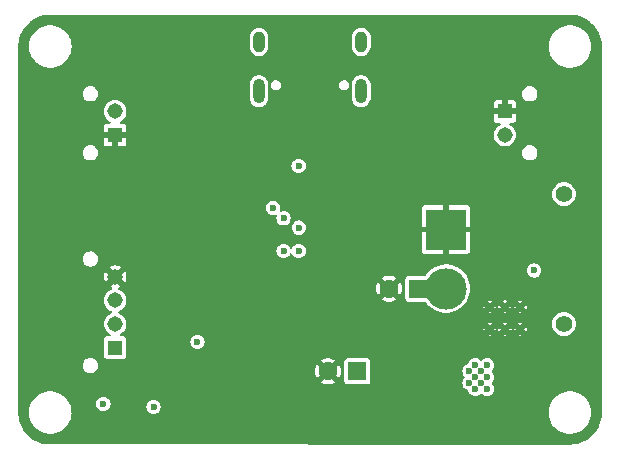
<source format=gbr>
%TF.GenerationSoftware,KiCad,Pcbnew,8.0.4*%
%TF.CreationDate,2024-09-21T01:35:51-04:00*%
%TF.ProjectId,DangerDoughnut,44616e67-6572-4446-9f75-67686e75742e,rev?*%
%TF.SameCoordinates,Original*%
%TF.FileFunction,Copper,L3,Inr*%
%TF.FilePolarity,Positive*%
%FSLAX46Y46*%
G04 Gerber Fmt 4.6, Leading zero omitted, Abs format (unit mm)*
G04 Created by KiCad (PCBNEW 8.0.4) date 2024-09-21 01:35:51*
%MOMM*%
%LPD*%
G01*
G04 APERTURE LIST*
%TA.AperFunction,HeatsinkPad*%
%ADD10C,0.500000*%
%TD*%
%TA.AperFunction,ComponentPad*%
%ADD11R,1.600000X1.600000*%
%TD*%
%TA.AperFunction,ComponentPad*%
%ADD12C,1.600000*%
%TD*%
%TA.AperFunction,ComponentPad*%
%ADD13R,1.308000X1.308000*%
%TD*%
%TA.AperFunction,ComponentPad*%
%ADD14C,1.308000*%
%TD*%
%TA.AperFunction,ComponentPad*%
%ADD15O,1.000000X1.800000*%
%TD*%
%TA.AperFunction,ComponentPad*%
%ADD16O,1.000000X2.100000*%
%TD*%
%TA.AperFunction,ComponentPad*%
%ADD17C,1.400000*%
%TD*%
%TA.AperFunction,ComponentPad*%
%ADD18R,3.500000X3.500000*%
%TD*%
%TA.AperFunction,ComponentPad*%
%ADD19C,3.500000*%
%TD*%
%TA.AperFunction,ViaPad*%
%ADD20C,0.600000*%
%TD*%
G04 APERTURE END LIST*
D10*
%TO.N,GND*%
%TO.C,U6*%
X115200000Y-62955000D03*
X116500000Y-62955000D03*
X117800000Y-62955000D03*
X115200000Y-61045000D03*
X116500000Y-61045000D03*
X117800000Y-61045000D03*
%TD*%
D11*
%TO.N,+5V*%
%TO.C,C8*%
X104000000Y-66500000D03*
D12*
%TO.N,GND*%
X101500000Y-66500000D03*
%TD*%
D13*
%TO.N,GND*%
%TO.C,J3*%
X83500000Y-46500000D03*
D14*
%TO.N,Net-(J3-Pin_2)*%
X83500000Y-44500000D03*
%TD*%
D11*
%TO.N,+BATT*%
%TO.C,C29*%
X109182380Y-59500000D03*
D12*
%TO.N,GND*%
X106682379Y-59500000D03*
%TD*%
D13*
%TO.N,GND*%
%TO.C,J2*%
X116500000Y-44500000D03*
D14*
%TO.N,Net-(J2-Pin_2)*%
X116500000Y-46500000D03*
%TD*%
D15*
%TO.N,unconnected-(J6-SHIELD-PadS1)_3*%
%TO.C,J6*%
X95680000Y-38600000D03*
D16*
%TO.N,unconnected-(J6-SHIELD-PadS1)_1*%
X95680000Y-42780000D03*
D15*
%TO.N,unconnected-(J6-SHIELD-PadS1)_2*%
X104320000Y-38600000D03*
D16*
%TO.N,unconnected-(J6-SHIELD-PadS1)*%
X104320000Y-42780000D03*
%TD*%
D13*
%TO.N,Net-(J4-Pin_1)*%
%TO.C,J4*%
X83500000Y-64500000D03*
D14*
%TO.N,Net-(J4-Pin_2)*%
X83500000Y-62500000D03*
%TO.N,+5V*%
X83500000Y-60500000D03*
%TO.N,GND*%
X83500000Y-58500000D03*
%TD*%
D17*
%TO.N,*%
%TO.C,J1*%
X121500000Y-62500000D03*
X121500000Y-51500000D03*
D18*
%TO.N,GND*%
X111500000Y-54500000D03*
D19*
%TO.N,+BATT*%
X111500000Y-59500000D03*
%TD*%
D20*
%TO.N,GND*%
X80250000Y-49250000D03*
X80250000Y-55750000D03*
X85900000Y-49600000D03*
X86700000Y-49600000D03*
X87500000Y-49600000D03*
X88250000Y-49500000D03*
X87250000Y-50750000D03*
X86500000Y-50750000D03*
X85750000Y-50750000D03*
X84250000Y-50000000D03*
X85000000Y-51250000D03*
X81000000Y-53500000D03*
X82750000Y-53250000D03*
X84500000Y-52000000D03*
X84000000Y-52500000D03*
X83500000Y-53000000D03*
X83500000Y-50500000D03*
X83000000Y-51000000D03*
X82500000Y-51500000D03*
X81750000Y-52000000D03*
X81000000Y-52250000D03*
X80250000Y-50000000D03*
X80250000Y-50750000D03*
X80250000Y-51500000D03*
X80250000Y-52250000D03*
X80250000Y-55000000D03*
X80250000Y-54250000D03*
X80250000Y-53500000D03*
%TO.N,/DCC_FB*%
X90468500Y-64000000D03*
X86749999Y-69500000D03*
%TO.N,GND*%
X107000000Y-70000000D03*
%TO.N,+5V*%
X118982404Y-57965498D03*
%TO.N,/DCDC_OUT*%
X113500000Y-67500000D03*
X114000000Y-68000000D03*
X115000000Y-68000000D03*
X114500000Y-67500000D03*
X115000000Y-67000000D03*
X114000000Y-67000000D03*
X113500000Y-66500000D03*
X114500000Y-66500000D03*
X114000000Y-66000000D03*
X115000000Y-66000000D03*
%TO.N,SPIWP*%
X99031726Y-49112311D03*
X99041726Y-54337311D03*
%TO.N,SPICLK*%
X99031726Y-56312311D03*
X97753300Y-53550000D03*
%TO.N,SPID*%
X96867461Y-52663046D03*
X97761726Y-56312311D03*
%TO.N,Net-(ANT1-Feed)*%
X82500000Y-69250000D03*
%TD*%
%TA.AperFunction,Conductor*%
%TO.N,GND*%
G36*
X122002777Y-36300655D02*
G01*
X122296701Y-36317162D01*
X122307724Y-36318404D01*
X122595224Y-36367252D01*
X122606018Y-36369715D01*
X122886251Y-36450449D01*
X122896722Y-36454113D01*
X123166134Y-36565708D01*
X123176136Y-36570525D01*
X123431354Y-36711578D01*
X123440755Y-36717485D01*
X123678575Y-36886228D01*
X123687254Y-36893149D01*
X123717388Y-36920078D01*
X123904697Y-37087467D01*
X123912532Y-37095302D01*
X124005649Y-37199500D01*
X124106850Y-37312745D01*
X124113771Y-37321424D01*
X124282514Y-37559244D01*
X124288421Y-37568645D01*
X124429474Y-37823863D01*
X124434291Y-37833865D01*
X124545884Y-38103273D01*
X124549551Y-38113752D01*
X124630280Y-38393966D01*
X124632750Y-38404790D01*
X124681594Y-38692270D01*
X124682837Y-38703302D01*
X124699344Y-38997222D01*
X124699500Y-39002773D01*
X124699500Y-39054158D01*
X124699503Y-39054211D01*
X124702300Y-69995316D01*
X124702300Y-69997226D01*
X124702144Y-70002777D01*
X124685620Y-70297011D01*
X124684377Y-70308043D01*
X124635480Y-70595832D01*
X124633010Y-70606656D01*
X124552194Y-70887172D01*
X124548527Y-70897651D01*
X124436814Y-71167349D01*
X124431997Y-71177351D01*
X124290792Y-71432843D01*
X124284885Y-71442244D01*
X124115960Y-71680320D01*
X124109039Y-71688999D01*
X123914520Y-71906669D01*
X123906669Y-71914520D01*
X123688999Y-72109039D01*
X123680320Y-72115960D01*
X123442244Y-72284885D01*
X123432843Y-72290792D01*
X123177351Y-72431997D01*
X123167349Y-72436814D01*
X122897651Y-72548527D01*
X122887172Y-72552194D01*
X122606656Y-72633010D01*
X122595832Y-72635480D01*
X122308043Y-72684377D01*
X122297011Y-72685620D01*
X122002778Y-72702144D01*
X121997227Y-72702300D01*
X121992454Y-72702300D01*
X78054505Y-72699502D01*
X78054471Y-72699500D01*
X78047595Y-72699500D01*
X78007584Y-72699500D01*
X78007562Y-72699499D01*
X78002749Y-72699499D01*
X77997219Y-72699343D01*
X77703302Y-72682837D01*
X77692270Y-72681594D01*
X77420858Y-72635480D01*
X77404788Y-72632749D01*
X77393966Y-72630280D01*
X77113752Y-72549551D01*
X77103273Y-72545884D01*
X76833865Y-72434291D01*
X76823863Y-72429474D01*
X76568645Y-72288421D01*
X76559244Y-72282514D01*
X76321424Y-72113771D01*
X76312745Y-72106850D01*
X76211695Y-72016547D01*
X76095302Y-71912532D01*
X76087467Y-71904697D01*
X75894708Y-71688999D01*
X75893149Y-71687254D01*
X75886228Y-71678575D01*
X75717485Y-71440755D01*
X75711578Y-71431354D01*
X75700676Y-71411629D01*
X75580610Y-71194383D01*
X75570525Y-71176136D01*
X75565708Y-71166134D01*
X75503977Y-71017102D01*
X75454113Y-70896722D01*
X75450448Y-70886247D01*
X75369715Y-70606018D01*
X75367252Y-70595224D01*
X75318404Y-70307724D01*
X75317162Y-70296697D01*
X75315612Y-70269103D01*
X75300656Y-70002777D01*
X75300578Y-69999997D01*
X76194451Y-69999997D01*
X76194451Y-70000002D01*
X76214616Y-70269098D01*
X76214618Y-70269107D01*
X76274666Y-70532197D01*
X76313623Y-70631455D01*
X76373257Y-70783398D01*
X76508185Y-71017102D01*
X76508189Y-71017108D01*
X76508191Y-71017110D01*
X76676434Y-71228081D01*
X76676440Y-71228087D01*
X76874252Y-71411629D01*
X76874254Y-71411630D01*
X76874259Y-71411635D01*
X77097226Y-71563651D01*
X77340359Y-71680738D01*
X77598228Y-71760280D01*
X77865071Y-71800500D01*
X77865076Y-71800500D01*
X78134924Y-71800500D01*
X78134929Y-71800500D01*
X78401772Y-71760280D01*
X78659641Y-71680738D01*
X78902775Y-71563651D01*
X79125741Y-71411635D01*
X79323561Y-71228085D01*
X79323565Y-71228081D01*
X79446641Y-71073748D01*
X79491815Y-71017102D01*
X79626743Y-70783398D01*
X79725334Y-70532195D01*
X79785383Y-70269103D01*
X79805549Y-70000000D01*
X79801981Y-69952393D01*
X79794734Y-69855682D01*
X79785383Y-69730897D01*
X79725334Y-69467805D01*
X79639851Y-69249999D01*
X81894318Y-69249999D01*
X81894318Y-69250000D01*
X81914955Y-69406758D01*
X81914957Y-69406766D01*
X81975462Y-69552838D01*
X81975462Y-69552839D01*
X81975464Y-69552841D01*
X82071718Y-69678282D01*
X82197159Y-69774536D01*
X82343238Y-69835044D01*
X82460809Y-69850522D01*
X82499999Y-69855682D01*
X82500000Y-69855682D01*
X82500001Y-69855682D01*
X82531352Y-69851554D01*
X82656762Y-69835044D01*
X82802841Y-69774536D01*
X82928282Y-69678282D01*
X83024536Y-69552841D01*
X83046424Y-69499999D01*
X86144317Y-69499999D01*
X86144317Y-69500000D01*
X86164954Y-69656758D01*
X86164956Y-69656766D01*
X86225461Y-69802838D01*
X86225461Y-69802839D01*
X86250173Y-69835044D01*
X86321717Y-69928282D01*
X86447158Y-70024536D01*
X86447159Y-70024536D01*
X86447160Y-70024537D01*
X86593232Y-70085042D01*
X86593237Y-70085044D01*
X86710808Y-70100522D01*
X86749998Y-70105682D01*
X86749999Y-70105682D01*
X86750000Y-70105682D01*
X86781351Y-70101554D01*
X86906761Y-70085044D01*
X87052840Y-70024536D01*
X87084820Y-69999997D01*
X120194451Y-69999997D01*
X120194451Y-70000002D01*
X120214616Y-70269098D01*
X120214618Y-70269107D01*
X120274666Y-70532197D01*
X120313623Y-70631455D01*
X120373257Y-70783398D01*
X120508185Y-71017102D01*
X120508189Y-71017108D01*
X120508191Y-71017110D01*
X120676434Y-71228081D01*
X120676440Y-71228087D01*
X120874252Y-71411629D01*
X120874254Y-71411630D01*
X120874259Y-71411635D01*
X121097226Y-71563651D01*
X121340359Y-71680738D01*
X121598228Y-71760280D01*
X121865071Y-71800500D01*
X121865076Y-71800500D01*
X122134924Y-71800500D01*
X122134929Y-71800500D01*
X122401772Y-71760280D01*
X122659641Y-71680738D01*
X122902775Y-71563651D01*
X123125741Y-71411635D01*
X123323561Y-71228085D01*
X123323565Y-71228081D01*
X123446641Y-71073748D01*
X123491815Y-71017102D01*
X123626743Y-70783398D01*
X123725334Y-70532195D01*
X123785383Y-70269103D01*
X123805549Y-70000000D01*
X123801981Y-69952393D01*
X123794734Y-69855682D01*
X123785383Y-69730897D01*
X123725334Y-69467805D01*
X123626743Y-69216602D01*
X123491815Y-68982898D01*
X123463314Y-68947159D01*
X123323565Y-68771918D01*
X123323559Y-68771912D01*
X123125747Y-68588370D01*
X123125744Y-68588368D01*
X123125741Y-68588365D01*
X122902775Y-68436349D01*
X122886024Y-68428282D01*
X122659643Y-68319262D01*
X122401776Y-68239721D01*
X122401773Y-68239720D01*
X122401772Y-68239720D01*
X122401767Y-68239719D01*
X122401766Y-68239719D01*
X122134932Y-68199500D01*
X122134929Y-68199500D01*
X121865071Y-68199500D01*
X121865067Y-68199500D01*
X121598233Y-68239719D01*
X121598223Y-68239721D01*
X121340358Y-68319262D01*
X121097233Y-68436345D01*
X121097229Y-68436347D01*
X121097226Y-68436349D01*
X120967878Y-68524537D01*
X120874252Y-68588370D01*
X120676440Y-68771912D01*
X120676434Y-68771918D01*
X120508191Y-68982889D01*
X120508187Y-68982894D01*
X120508185Y-68982898D01*
X120473614Y-69042778D01*
X120373258Y-69216599D01*
X120373254Y-69216608D01*
X120274666Y-69467802D01*
X120214618Y-69730892D01*
X120214616Y-69730901D01*
X120194451Y-69999997D01*
X87084820Y-69999997D01*
X87178281Y-69928282D01*
X87274535Y-69802841D01*
X87335043Y-69656762D01*
X87355681Y-69500000D01*
X87335043Y-69343238D01*
X87335041Y-69343233D01*
X87274536Y-69197161D01*
X87274536Y-69197160D01*
X87178285Y-69071723D01*
X87178284Y-69071722D01*
X87178281Y-69071718D01*
X87178276Y-69071714D01*
X87178275Y-69071713D01*
X87052837Y-68975462D01*
X86906765Y-68914957D01*
X86906757Y-68914955D01*
X86750000Y-68894318D01*
X86749998Y-68894318D01*
X86593240Y-68914955D01*
X86593232Y-68914957D01*
X86447160Y-68975462D01*
X86447159Y-68975462D01*
X86321722Y-69071713D01*
X86321712Y-69071723D01*
X86225461Y-69197160D01*
X86225461Y-69197161D01*
X86164956Y-69343233D01*
X86164954Y-69343241D01*
X86144317Y-69499999D01*
X83046424Y-69499999D01*
X83085044Y-69406762D01*
X83105682Y-69250000D01*
X83085044Y-69093238D01*
X83024537Y-68947161D01*
X83024537Y-68947160D01*
X82928286Y-68821723D01*
X82928285Y-68821722D01*
X82928282Y-68821718D01*
X82928277Y-68821714D01*
X82928276Y-68821713D01*
X82802838Y-68725462D01*
X82656766Y-68664957D01*
X82656758Y-68664955D01*
X82500001Y-68644318D01*
X82499999Y-68644318D01*
X82343241Y-68664955D01*
X82343233Y-68664957D01*
X82197161Y-68725462D01*
X82197160Y-68725462D01*
X82071723Y-68821713D01*
X82071713Y-68821723D01*
X81975462Y-68947160D01*
X81975462Y-68947161D01*
X81914957Y-69093233D01*
X81914955Y-69093241D01*
X81894318Y-69249999D01*
X79639851Y-69249999D01*
X79626743Y-69216602D01*
X79491815Y-68982898D01*
X79463314Y-68947159D01*
X79323565Y-68771918D01*
X79323559Y-68771912D01*
X79125747Y-68588370D01*
X79125744Y-68588368D01*
X79125741Y-68588365D01*
X78902775Y-68436349D01*
X78886024Y-68428282D01*
X78659643Y-68319262D01*
X78401776Y-68239721D01*
X78401773Y-68239720D01*
X78401772Y-68239720D01*
X78401767Y-68239719D01*
X78401766Y-68239719D01*
X78134932Y-68199500D01*
X78134929Y-68199500D01*
X77865071Y-68199500D01*
X77865067Y-68199500D01*
X77598233Y-68239719D01*
X77598223Y-68239721D01*
X77340358Y-68319262D01*
X77097233Y-68436345D01*
X77097229Y-68436347D01*
X77097226Y-68436349D01*
X76967878Y-68524537D01*
X76874252Y-68588370D01*
X76676440Y-68771912D01*
X76676434Y-68771918D01*
X76508191Y-68982889D01*
X76508187Y-68982894D01*
X76508185Y-68982898D01*
X76473614Y-69042778D01*
X76373258Y-69216599D01*
X76373254Y-69216608D01*
X76274666Y-69467802D01*
X76214618Y-69730892D01*
X76214616Y-69730901D01*
X76194451Y-69999997D01*
X75300578Y-69999997D01*
X75300500Y-69997226D01*
X75300500Y-65935931D01*
X80749500Y-65935931D01*
X80749500Y-66064069D01*
X80767938Y-66156762D01*
X80774499Y-66189742D01*
X80774500Y-66189747D01*
X80823534Y-66308125D01*
X80823538Y-66308133D01*
X80866365Y-66372226D01*
X80894724Y-66414669D01*
X80985331Y-66505276D01*
X81048848Y-66547717D01*
X81091866Y-66576461D01*
X81091870Y-66576463D01*
X81091873Y-66576465D01*
X81210256Y-66625501D01*
X81335931Y-66650500D01*
X81335932Y-66650500D01*
X81464068Y-66650500D01*
X81464069Y-66650500D01*
X81589744Y-66625501D01*
X81708127Y-66576465D01*
X81814669Y-66505276D01*
X81819945Y-66500000D01*
X100395287Y-66500000D01*
X100414097Y-66702989D01*
X100469887Y-66899070D01*
X100560751Y-67081551D01*
X100562532Y-67083911D01*
X101100000Y-66546443D01*
X101100000Y-66552661D01*
X101127259Y-66654394D01*
X101179920Y-66745606D01*
X101254394Y-66820080D01*
X101345606Y-66872741D01*
X101447339Y-66900000D01*
X101453553Y-66900000D01*
X100919312Y-67434241D01*
X101007581Y-67488895D01*
X101007586Y-67488898D01*
X101197683Y-67562541D01*
X101398070Y-67600000D01*
X101601930Y-67600000D01*
X101802316Y-67562541D01*
X101992415Y-67488897D01*
X101992416Y-67488897D01*
X102080686Y-67434241D01*
X101546445Y-66900000D01*
X101552661Y-66900000D01*
X101654394Y-66872741D01*
X101745606Y-66820080D01*
X101820080Y-66745606D01*
X101872741Y-66654394D01*
X101900000Y-66552661D01*
X101900000Y-66546445D01*
X102437466Y-67083911D01*
X102439245Y-67081556D01*
X102439249Y-67081549D01*
X102530112Y-66899070D01*
X102585902Y-66702989D01*
X102604712Y-66500000D01*
X102585902Y-66297010D01*
X102530112Y-66100929D01*
X102439249Y-65918450D01*
X102439244Y-65918441D01*
X102437466Y-65916087D01*
X101900000Y-66453553D01*
X101900000Y-66447339D01*
X101872741Y-66345606D01*
X101820080Y-66254394D01*
X101745606Y-66179920D01*
X101654394Y-66127259D01*
X101552661Y-66100000D01*
X101546443Y-66100000D01*
X101991313Y-65655130D01*
X102899500Y-65655130D01*
X102899500Y-67344860D01*
X102899501Y-67344863D01*
X102902414Y-67369990D01*
X102927756Y-67427385D01*
X102947794Y-67472765D01*
X103027235Y-67552206D01*
X103130009Y-67597585D01*
X103155135Y-67600500D01*
X104844864Y-67600499D01*
X104869991Y-67597585D01*
X104972765Y-67552206D01*
X105052206Y-67472765D01*
X105097585Y-67369991D01*
X105100500Y-67344865D01*
X105100499Y-66499999D01*
X112894318Y-66499999D01*
X112894318Y-66500000D01*
X112914955Y-66656758D01*
X112914957Y-66656766D01*
X112975462Y-66802838D01*
X112975462Y-66802839D01*
X113071719Y-66928284D01*
X113073437Y-66930002D01*
X113074225Y-66931550D01*
X113075668Y-66933430D01*
X113075319Y-66933697D01*
X113101210Y-66984521D01*
X113091634Y-67044952D01*
X113073437Y-67069998D01*
X113071719Y-67071715D01*
X112975462Y-67197160D01*
X112975462Y-67197161D01*
X112914957Y-67343233D01*
X112914955Y-67343241D01*
X112894318Y-67499999D01*
X112894318Y-67500000D01*
X112914955Y-67656758D01*
X112914957Y-67656766D01*
X112975462Y-67802838D01*
X112975462Y-67802839D01*
X113071713Y-67928276D01*
X113071718Y-67928282D01*
X113197159Y-68024536D01*
X113343238Y-68085044D01*
X113343246Y-68085045D01*
X113344581Y-68085403D01*
X113345421Y-68085948D01*
X113349232Y-68087527D01*
X113348939Y-68088232D01*
X113395899Y-68118722D01*
X113412271Y-68150851D01*
X113412473Y-68150768D01*
X113413532Y-68153326D01*
X113414594Y-68155409D01*
X113414957Y-68156767D01*
X113475462Y-68302838D01*
X113475462Y-68302839D01*
X113475464Y-68302841D01*
X113571718Y-68428282D01*
X113697159Y-68524536D01*
X113843238Y-68585044D01*
X113960809Y-68600522D01*
X113999999Y-68605682D01*
X114000000Y-68605682D01*
X114000001Y-68605682D01*
X114031352Y-68601554D01*
X114156762Y-68585044D01*
X114302841Y-68524536D01*
X114428282Y-68428282D01*
X114428288Y-68428273D01*
X114429996Y-68426567D01*
X114431547Y-68425776D01*
X114433430Y-68424332D01*
X114433697Y-68424680D01*
X114484513Y-68398790D01*
X114544945Y-68408361D01*
X114570004Y-68426567D01*
X114571713Y-68428276D01*
X114571718Y-68428282D01*
X114697159Y-68524536D01*
X114843238Y-68585044D01*
X114960809Y-68600522D01*
X114999999Y-68605682D01*
X115000000Y-68605682D01*
X115000001Y-68605682D01*
X115031352Y-68601554D01*
X115156762Y-68585044D01*
X115302841Y-68524536D01*
X115428282Y-68428282D01*
X115524536Y-68302841D01*
X115585044Y-68156762D01*
X115605682Y-68000000D01*
X115585044Y-67843238D01*
X115524537Y-67697161D01*
X115524537Y-67697160D01*
X115428286Y-67571723D01*
X115428285Y-67571722D01*
X115428282Y-67571718D01*
X115428277Y-67571714D01*
X115426567Y-67570004D01*
X115425776Y-67568452D01*
X115424332Y-67566570D01*
X115424680Y-67566302D01*
X115398790Y-67515487D01*
X115408361Y-67455055D01*
X115426567Y-67429996D01*
X115428273Y-67428288D01*
X115428282Y-67428282D01*
X115524536Y-67302841D01*
X115585044Y-67156762D01*
X115605682Y-67000000D01*
X115585044Y-66843238D01*
X115568310Y-66802838D01*
X115524537Y-66697161D01*
X115524537Y-66697160D01*
X115428286Y-66571723D01*
X115428285Y-66571722D01*
X115428282Y-66571718D01*
X115428277Y-66571714D01*
X115426567Y-66570004D01*
X115425776Y-66568452D01*
X115424332Y-66566570D01*
X115424680Y-66566302D01*
X115398790Y-66515487D01*
X115408361Y-66455055D01*
X115426567Y-66429996D01*
X115428273Y-66428288D01*
X115428282Y-66428282D01*
X115524536Y-66302841D01*
X115585044Y-66156762D01*
X115605682Y-66000000D01*
X115585044Y-65843238D01*
X115524537Y-65697161D01*
X115524537Y-65697160D01*
X115428286Y-65571723D01*
X115428285Y-65571722D01*
X115428282Y-65571718D01*
X115428277Y-65571714D01*
X115428276Y-65571713D01*
X115302838Y-65475462D01*
X115156766Y-65414957D01*
X115156758Y-65414955D01*
X115000001Y-65394318D01*
X114999999Y-65394318D01*
X114843241Y-65414955D01*
X114843233Y-65414957D01*
X114697161Y-65475462D01*
X114697160Y-65475462D01*
X114571715Y-65571719D01*
X114569998Y-65573437D01*
X114568449Y-65574225D01*
X114566570Y-65575668D01*
X114566302Y-65575319D01*
X114515479Y-65601210D01*
X114455048Y-65591634D01*
X114430002Y-65573437D01*
X114428284Y-65571719D01*
X114302838Y-65475462D01*
X114156766Y-65414957D01*
X114156758Y-65414955D01*
X114000001Y-65394318D01*
X113999999Y-65394318D01*
X113843241Y-65414955D01*
X113843233Y-65414957D01*
X113697161Y-65475462D01*
X113697160Y-65475462D01*
X113571723Y-65571713D01*
X113571713Y-65571723D01*
X113475462Y-65697160D01*
X113475462Y-65697161D01*
X113414956Y-65843235D01*
X113414593Y-65844593D01*
X113414045Y-65845436D01*
X113412473Y-65849232D01*
X113411769Y-65848940D01*
X113381268Y-65895906D01*
X113349148Y-65912271D01*
X113349232Y-65912473D01*
X113346675Y-65913532D01*
X113344593Y-65914593D01*
X113343235Y-65914956D01*
X113197161Y-65975462D01*
X113197160Y-65975462D01*
X113071723Y-66071713D01*
X113071713Y-66071723D01*
X112975462Y-66197160D01*
X112975462Y-66197161D01*
X112914957Y-66343233D01*
X112914955Y-66343241D01*
X112894318Y-66499999D01*
X105100499Y-66499999D01*
X105100499Y-65655136D01*
X105097585Y-65630009D01*
X105052206Y-65527235D01*
X104972765Y-65447794D01*
X104869991Y-65402415D01*
X104869990Y-65402414D01*
X104869988Y-65402414D01*
X104844868Y-65399500D01*
X103155139Y-65399500D01*
X103155136Y-65399501D01*
X103130009Y-65402414D01*
X103027235Y-65447794D01*
X102947794Y-65527235D01*
X102902414Y-65630011D01*
X102899500Y-65655130D01*
X101991313Y-65655130D01*
X102080686Y-65565757D01*
X101992418Y-65511104D01*
X101992413Y-65511101D01*
X101802316Y-65437458D01*
X101601930Y-65400000D01*
X101398070Y-65400000D01*
X101197683Y-65437458D01*
X101007586Y-65511101D01*
X101007584Y-65511102D01*
X100919312Y-65565757D01*
X101453555Y-66100000D01*
X101447339Y-66100000D01*
X101345606Y-66127259D01*
X101254394Y-66179920D01*
X101179920Y-66254394D01*
X101127259Y-66345606D01*
X101100000Y-66447339D01*
X101100000Y-66453554D01*
X100562533Y-65916087D01*
X100560753Y-65918445D01*
X100560750Y-65918449D01*
X100469887Y-66100929D01*
X100414097Y-66297010D01*
X100395287Y-66500000D01*
X81819945Y-66500000D01*
X81905276Y-66414669D01*
X81976465Y-66308127D01*
X82025501Y-66189744D01*
X82050500Y-66064069D01*
X82050500Y-65935931D01*
X82025501Y-65810256D01*
X81976465Y-65691873D01*
X81976463Y-65691870D01*
X81976461Y-65691866D01*
X81935129Y-65630009D01*
X81905276Y-65585331D01*
X81814669Y-65494724D01*
X81772226Y-65466365D01*
X81708133Y-65423538D01*
X81708125Y-65423534D01*
X81589747Y-65374500D01*
X81589745Y-65374499D01*
X81589744Y-65374499D01*
X81464069Y-65349500D01*
X81335931Y-65349500D01*
X81335930Y-65349500D01*
X81273093Y-65361999D01*
X81210256Y-65374499D01*
X81210255Y-65374499D01*
X81210252Y-65374500D01*
X81091874Y-65423534D01*
X81091866Y-65423538D01*
X80985331Y-65494724D01*
X80985327Y-65494727D01*
X80894727Y-65585327D01*
X80894724Y-65585331D01*
X80823538Y-65691866D01*
X80823534Y-65691874D01*
X80774500Y-65810252D01*
X80774499Y-65810257D01*
X80753745Y-65914593D01*
X80749500Y-65935931D01*
X75300500Y-65935931D01*
X75300500Y-60499995D01*
X82540882Y-60499995D01*
X82540882Y-60500004D01*
X82559309Y-60687109D01*
X82559310Y-60687112D01*
X82559311Y-60687115D01*
X82613891Y-60867039D01*
X82613894Y-60867044D01*
X82613895Y-60867047D01*
X82702520Y-61032854D01*
X82821796Y-61178193D01*
X82821801Y-61178199D01*
X82821806Y-61178203D01*
X82967145Y-61297479D01*
X83104925Y-61371123D01*
X83132961Y-61386109D01*
X83196103Y-61405263D01*
X83246299Y-61440248D01*
X83266345Y-61498057D01*
X83248584Y-61556607D01*
X83199799Y-61593536D01*
X83196109Y-61594734D01*
X83157150Y-61606553D01*
X83132968Y-61613889D01*
X83132961Y-61613891D01*
X83132958Y-61613892D01*
X83132952Y-61613895D01*
X82967145Y-61702520D01*
X82821806Y-61821796D01*
X82821796Y-61821806D01*
X82702520Y-61967145D01*
X82613895Y-62132952D01*
X82613890Y-62132964D01*
X82559310Y-62312887D01*
X82559309Y-62312890D01*
X82540882Y-62499995D01*
X82540882Y-62500004D01*
X82559309Y-62687109D01*
X82559310Y-62687112D01*
X82559311Y-62687115D01*
X82613891Y-62867039D01*
X82613894Y-62867044D01*
X82613895Y-62867047D01*
X82702520Y-63032854D01*
X82778922Y-63125950D01*
X82821801Y-63178199D01*
X82821806Y-63178203D01*
X82967145Y-63297479D01*
X83082599Y-63359190D01*
X83125006Y-63403295D01*
X83133389Y-63463903D01*
X83104547Y-63517864D01*
X83049496Y-63544566D01*
X83035931Y-63545500D01*
X82801139Y-63545500D01*
X82801136Y-63545501D01*
X82776009Y-63548414D01*
X82673235Y-63593794D01*
X82593794Y-63673235D01*
X82548414Y-63776011D01*
X82545500Y-63801130D01*
X82545500Y-65198860D01*
X82545501Y-65198863D01*
X82548414Y-65223990D01*
X82573756Y-65281385D01*
X82593794Y-65326765D01*
X82673235Y-65406206D01*
X82776009Y-65451585D01*
X82801135Y-65454500D01*
X84198864Y-65454499D01*
X84223991Y-65451585D01*
X84326765Y-65406206D01*
X84406206Y-65326765D01*
X84451585Y-65223991D01*
X84454500Y-65198865D01*
X84454499Y-63999999D01*
X89862818Y-63999999D01*
X89862818Y-64000000D01*
X89883455Y-64156758D01*
X89883457Y-64156766D01*
X89943962Y-64302838D01*
X89943962Y-64302839D01*
X89943964Y-64302841D01*
X90040218Y-64428282D01*
X90165659Y-64524536D01*
X90311738Y-64585044D01*
X90429309Y-64600522D01*
X90468499Y-64605682D01*
X90468500Y-64605682D01*
X90468501Y-64605682D01*
X90499852Y-64601554D01*
X90625262Y-64585044D01*
X90771341Y-64524536D01*
X90896782Y-64428282D01*
X90993036Y-64302841D01*
X91053544Y-64156762D01*
X91074182Y-64000000D01*
X91053544Y-63843238D01*
X90993037Y-63697161D01*
X90993037Y-63697160D01*
X90896786Y-63571723D01*
X90896785Y-63571722D01*
X90896782Y-63571718D01*
X90896777Y-63571714D01*
X90896776Y-63571713D01*
X90816018Y-63509746D01*
X90776605Y-63479503D01*
X115029047Y-63479503D01*
X115029048Y-63479504D01*
X115056418Y-63490841D01*
X115056423Y-63490843D01*
X115200000Y-63509746D01*
X115343577Y-63490843D01*
X115370950Y-63479504D01*
X115370949Y-63479503D01*
X116329047Y-63479503D01*
X116329048Y-63479504D01*
X116356418Y-63490841D01*
X116356423Y-63490843D01*
X116500000Y-63509746D01*
X116643577Y-63490843D01*
X116670950Y-63479504D01*
X116670949Y-63479503D01*
X117629047Y-63479503D01*
X117629048Y-63479504D01*
X117656418Y-63490841D01*
X117656423Y-63490843D01*
X117800000Y-63509746D01*
X117943577Y-63490843D01*
X117970950Y-63479504D01*
X117799999Y-63308553D01*
X117629047Y-63479503D01*
X116670949Y-63479503D01*
X116499999Y-63308553D01*
X116329047Y-63479503D01*
X115370949Y-63479503D01*
X115199999Y-63308553D01*
X115029047Y-63479503D01*
X90776605Y-63479503D01*
X90771341Y-63475464D01*
X90771340Y-63475463D01*
X90771338Y-63475462D01*
X90625266Y-63414957D01*
X90625258Y-63414955D01*
X90468501Y-63394318D01*
X90468499Y-63394318D01*
X90311741Y-63414955D01*
X90311733Y-63414957D01*
X90165661Y-63475462D01*
X90165660Y-63475462D01*
X90040223Y-63571713D01*
X90040213Y-63571723D01*
X89943962Y-63697160D01*
X89943962Y-63697161D01*
X89883457Y-63843233D01*
X89883455Y-63843241D01*
X89862818Y-63999999D01*
X84454499Y-63999999D01*
X84454499Y-63801136D01*
X84451585Y-63776009D01*
X84406206Y-63673235D01*
X84326765Y-63593794D01*
X84223991Y-63548415D01*
X84223990Y-63548414D01*
X84223988Y-63548414D01*
X84198869Y-63545500D01*
X83964069Y-63545500D01*
X83905878Y-63526593D01*
X83869914Y-63477093D01*
X83869914Y-63415907D01*
X83905878Y-63366407D01*
X83917401Y-63359190D01*
X84032854Y-63297479D01*
X84032855Y-63297477D01*
X84032857Y-63297477D01*
X84178199Y-63178199D01*
X84297477Y-63032857D01*
X84339093Y-62954999D01*
X114645254Y-62954999D01*
X114645254Y-62955000D01*
X114664156Y-63098577D01*
X114675495Y-63125950D01*
X114846446Y-62955000D01*
X114826555Y-62935109D01*
X115100000Y-62935109D01*
X115100000Y-62974891D01*
X115115224Y-63011645D01*
X115143355Y-63039776D01*
X115180109Y-63055000D01*
X115219891Y-63055000D01*
X115256645Y-63039776D01*
X115284776Y-63011645D01*
X115300000Y-62974891D01*
X115300000Y-62954999D01*
X115553553Y-62954999D01*
X115724504Y-63125950D01*
X115735843Y-63098577D01*
X115751847Y-62977020D01*
X115760358Y-62959175D01*
X115757645Y-62950824D01*
X115939641Y-62950824D01*
X115948153Y-62977020D01*
X115964156Y-63098577D01*
X115975495Y-63125950D01*
X116146446Y-62955000D01*
X116126555Y-62935109D01*
X116400000Y-62935109D01*
X116400000Y-62974891D01*
X116415224Y-63011645D01*
X116443355Y-63039776D01*
X116480109Y-63055000D01*
X116519891Y-63055000D01*
X116556645Y-63039776D01*
X116584776Y-63011645D01*
X116600000Y-62974891D01*
X116600000Y-62954999D01*
X116853553Y-62954999D01*
X117024504Y-63125950D01*
X117035843Y-63098577D01*
X117051847Y-62977020D01*
X117060358Y-62959175D01*
X117057645Y-62950824D01*
X117239641Y-62950824D01*
X117248153Y-62977020D01*
X117264156Y-63098577D01*
X117275495Y-63125950D01*
X117446446Y-62955000D01*
X117426555Y-62935109D01*
X117700000Y-62935109D01*
X117700000Y-62974891D01*
X117715224Y-63011645D01*
X117743355Y-63039776D01*
X117780109Y-63055000D01*
X117819891Y-63055000D01*
X117856645Y-63039776D01*
X117884776Y-63011645D01*
X117900000Y-62974891D01*
X117900000Y-62954999D01*
X118153553Y-62954999D01*
X118324504Y-63125950D01*
X118335843Y-63098577D01*
X118354746Y-62955000D01*
X118354746Y-62954999D01*
X118335843Y-62811423D01*
X118335841Y-62811418D01*
X118324504Y-62784048D01*
X118324503Y-62784047D01*
X118153553Y-62954999D01*
X117900000Y-62954999D01*
X117900000Y-62935109D01*
X117884776Y-62898355D01*
X117856645Y-62870224D01*
X117819891Y-62855000D01*
X117780109Y-62855000D01*
X117743355Y-62870224D01*
X117715224Y-62898355D01*
X117700000Y-62935109D01*
X117426555Y-62935109D01*
X117275494Y-62784048D01*
X117264157Y-62811420D01*
X117264156Y-62811421D01*
X117248153Y-62932980D01*
X117239641Y-62950824D01*
X117057645Y-62950824D01*
X117051847Y-62932980D01*
X117035843Y-62811423D01*
X117035841Y-62811418D01*
X117024504Y-62784048D01*
X117024503Y-62784047D01*
X116853553Y-62954999D01*
X116600000Y-62954999D01*
X116600000Y-62935109D01*
X116584776Y-62898355D01*
X116556645Y-62870224D01*
X116519891Y-62855000D01*
X116480109Y-62855000D01*
X116443355Y-62870224D01*
X116415224Y-62898355D01*
X116400000Y-62935109D01*
X116126555Y-62935109D01*
X115975494Y-62784048D01*
X115964157Y-62811420D01*
X115964156Y-62811421D01*
X115948153Y-62932980D01*
X115939641Y-62950824D01*
X115757645Y-62950824D01*
X115751847Y-62932980D01*
X115735843Y-62811423D01*
X115735841Y-62811418D01*
X115724504Y-62784048D01*
X115724503Y-62784047D01*
X115553553Y-62954999D01*
X115300000Y-62954999D01*
X115300000Y-62935109D01*
X115284776Y-62898355D01*
X115256645Y-62870224D01*
X115219891Y-62855000D01*
X115180109Y-62855000D01*
X115143355Y-62870224D01*
X115115224Y-62898355D01*
X115100000Y-62935109D01*
X114826555Y-62935109D01*
X114675494Y-62784048D01*
X114664157Y-62811420D01*
X114664156Y-62811421D01*
X114645254Y-62954999D01*
X84339093Y-62954999D01*
X84386109Y-62867039D01*
X84440689Y-62687115D01*
X84459118Y-62500000D01*
X84459118Y-62499995D01*
X84452273Y-62430494D01*
X115029048Y-62430494D01*
X115200000Y-62601446D01*
X115370950Y-62430495D01*
X115370948Y-62430494D01*
X116329048Y-62430494D01*
X116500000Y-62601446D01*
X116670950Y-62430495D01*
X116670948Y-62430494D01*
X117629048Y-62430494D01*
X117800000Y-62601446D01*
X117901449Y-62499996D01*
X120494659Y-62499996D01*
X120494659Y-62500003D01*
X120513974Y-62696126D01*
X120513975Y-62696129D01*
X120571187Y-62884730D01*
X120571188Y-62884732D01*
X120639025Y-63011645D01*
X120664090Y-63058538D01*
X120664092Y-63058540D01*
X120664093Y-63058542D01*
X120789112Y-63210878D01*
X120789121Y-63210887D01*
X120941457Y-63335906D01*
X120941462Y-63335910D01*
X121035378Y-63386109D01*
X121089346Y-63414956D01*
X121115273Y-63428814D01*
X121303868Y-63486024D01*
X121303870Y-63486024D01*
X121303873Y-63486025D01*
X121499997Y-63505341D01*
X121500000Y-63505341D01*
X121500003Y-63505341D01*
X121696126Y-63486025D01*
X121696127Y-63486024D01*
X121696132Y-63486024D01*
X121884727Y-63428814D01*
X122058538Y-63335910D01*
X122210883Y-63210883D01*
X122335910Y-63058538D01*
X122428814Y-62884727D01*
X122486024Y-62696132D01*
X122486913Y-62687112D01*
X122505341Y-62500003D01*
X122505341Y-62499996D01*
X122486025Y-62303873D01*
X122486024Y-62303870D01*
X122486024Y-62303868D01*
X122428814Y-62115273D01*
X122335910Y-61941462D01*
X122335906Y-61941457D01*
X122210887Y-61789121D01*
X122210878Y-61789112D01*
X122058542Y-61664093D01*
X122058540Y-61664092D01*
X122058538Y-61664090D01*
X121964630Y-61613895D01*
X121884732Y-61571188D01*
X121884730Y-61571187D01*
X121845580Y-61559311D01*
X121696132Y-61513976D01*
X121696129Y-61513975D01*
X121696126Y-61513974D01*
X121500003Y-61494659D01*
X121499997Y-61494659D01*
X121303873Y-61513974D01*
X121303870Y-61513975D01*
X121115269Y-61571187D01*
X121115267Y-61571188D01*
X120941467Y-61664087D01*
X120941457Y-61664093D01*
X120789121Y-61789112D01*
X120789112Y-61789121D01*
X120664093Y-61941457D01*
X120664087Y-61941467D01*
X120571188Y-62115267D01*
X120571187Y-62115269D01*
X120513975Y-62303870D01*
X120513974Y-62303873D01*
X120494659Y-62499996D01*
X117901449Y-62499996D01*
X117970950Y-62430495D01*
X117943576Y-62419156D01*
X117943579Y-62419156D01*
X117800000Y-62400254D01*
X117656421Y-62419156D01*
X117656420Y-62419157D01*
X117629048Y-62430494D01*
X116670948Y-62430494D01*
X116643576Y-62419156D01*
X116643579Y-62419156D01*
X116500000Y-62400254D01*
X116356421Y-62419156D01*
X116356420Y-62419157D01*
X116329048Y-62430494D01*
X115370948Y-62430494D01*
X115343576Y-62419156D01*
X115343579Y-62419156D01*
X115200000Y-62400254D01*
X115056421Y-62419156D01*
X115056420Y-62419157D01*
X115029048Y-62430494D01*
X84452273Y-62430494D01*
X84440690Y-62312890D01*
X84440689Y-62312887D01*
X84440689Y-62312885D01*
X84386109Y-62132961D01*
X84371123Y-62104925D01*
X84297479Y-61967145D01*
X84178203Y-61821806D01*
X84178199Y-61821801D01*
X84138367Y-61789112D01*
X84032854Y-61702520D01*
X83867047Y-61613895D01*
X83867044Y-61613893D01*
X83867039Y-61613891D01*
X83867034Y-61613889D01*
X83867033Y-61613889D01*
X83803897Y-61594737D01*
X83767691Y-61569503D01*
X115029047Y-61569503D01*
X115029048Y-61569504D01*
X115056418Y-61580841D01*
X115056423Y-61580843D01*
X115200000Y-61599746D01*
X115343577Y-61580843D01*
X115370950Y-61569504D01*
X115370949Y-61569503D01*
X116329047Y-61569503D01*
X116329048Y-61569504D01*
X116356418Y-61580841D01*
X116356423Y-61580843D01*
X116500000Y-61599746D01*
X116643577Y-61580843D01*
X116670950Y-61569504D01*
X116670949Y-61569503D01*
X117629047Y-61569503D01*
X117629048Y-61569504D01*
X117656418Y-61580841D01*
X117656423Y-61580843D01*
X117800000Y-61599746D01*
X117943577Y-61580843D01*
X117970950Y-61569504D01*
X117799999Y-61398553D01*
X117629047Y-61569503D01*
X116670949Y-61569503D01*
X116499999Y-61398553D01*
X116329047Y-61569503D01*
X115370949Y-61569503D01*
X115199999Y-61398553D01*
X115029047Y-61569503D01*
X83767691Y-61569503D01*
X83753700Y-61559752D01*
X83733654Y-61501944D01*
X83751415Y-61443393D01*
X83800200Y-61406464D01*
X83803897Y-61405263D01*
X83867039Y-61386109D01*
X83981629Y-61324859D01*
X84032854Y-61297479D01*
X84032855Y-61297477D01*
X84032857Y-61297477D01*
X84178199Y-61178199D01*
X84297477Y-61032857D01*
X84301619Y-61025109D01*
X84367731Y-60901421D01*
X84386109Y-60867039D01*
X84440689Y-60687115D01*
X84445093Y-60642407D01*
X84459118Y-60500004D01*
X84459118Y-60499995D01*
X84440690Y-60312890D01*
X84440689Y-60312887D01*
X84440689Y-60312885D01*
X84386109Y-60132961D01*
X84358629Y-60081549D01*
X84297479Y-59967145D01*
X84178203Y-59821806D01*
X84178199Y-59821801D01*
X84127091Y-59779858D01*
X84032854Y-59702520D01*
X83867047Y-59613895D01*
X83867044Y-59613894D01*
X83867039Y-59613891D01*
X83827165Y-59601795D01*
X83803035Y-59594475D01*
X83752839Y-59559489D01*
X83732794Y-59501680D01*
X83733304Y-59500000D01*
X105577666Y-59500000D01*
X105596476Y-59702989D01*
X105652266Y-59899070D01*
X105743130Y-60081551D01*
X105744911Y-60083911D01*
X106282379Y-59546443D01*
X106282379Y-59552661D01*
X106309638Y-59654394D01*
X106362299Y-59745606D01*
X106436773Y-59820080D01*
X106527985Y-59872741D01*
X106629718Y-59900000D01*
X106635932Y-59900000D01*
X106101691Y-60434241D01*
X106189960Y-60488895D01*
X106189965Y-60488898D01*
X106380062Y-60562541D01*
X106580449Y-60600000D01*
X106784309Y-60600000D01*
X106984695Y-60562541D01*
X107174794Y-60488897D01*
X107174795Y-60488897D01*
X107263065Y-60434241D01*
X106728824Y-59900000D01*
X106735040Y-59900000D01*
X106836773Y-59872741D01*
X106927985Y-59820080D01*
X107002459Y-59745606D01*
X107055120Y-59654394D01*
X107082379Y-59552661D01*
X107082379Y-59546445D01*
X107619845Y-60083911D01*
X107621624Y-60081556D01*
X107621628Y-60081549D01*
X107712491Y-59899070D01*
X107768281Y-59702989D01*
X107787091Y-59500000D01*
X107768281Y-59297010D01*
X107712491Y-59100929D01*
X107621628Y-58918450D01*
X107621623Y-58918441D01*
X107619845Y-58916087D01*
X107082379Y-59453553D01*
X107082379Y-59447339D01*
X107055120Y-59345606D01*
X107002459Y-59254394D01*
X106927985Y-59179920D01*
X106836773Y-59127259D01*
X106735040Y-59100000D01*
X106728822Y-59100000D01*
X107173692Y-58655130D01*
X108081880Y-58655130D01*
X108081880Y-60344860D01*
X108081881Y-60344863D01*
X108084794Y-60369990D01*
X108110136Y-60427385D01*
X108130174Y-60472765D01*
X108209615Y-60552206D01*
X108312389Y-60597585D01*
X108337515Y-60600500D01*
X109715634Y-60600499D01*
X109773825Y-60619406D01*
X109796513Y-60642407D01*
X109905684Y-60797064D01*
X109905688Y-60797069D01*
X110084336Y-60988355D01*
X110097155Y-61002081D01*
X110313625Y-61178193D01*
X110314754Y-61179111D01*
X110540323Y-61316282D01*
X110554427Y-61324859D01*
X110554439Y-61324866D01*
X110811715Y-61436616D01*
X110811717Y-61436616D01*
X110811725Y-61436620D01*
X111081839Y-61512303D01*
X111359742Y-61550500D01*
X111359748Y-61550500D01*
X111640252Y-61550500D01*
X111640258Y-61550500D01*
X111918161Y-61512303D01*
X112188275Y-61436620D01*
X112304561Y-61386110D01*
X112445560Y-61324866D01*
X112445563Y-61324863D01*
X112445568Y-61324862D01*
X112685246Y-61179111D01*
X112850092Y-61044999D01*
X114645254Y-61044999D01*
X114645254Y-61045000D01*
X114664156Y-61188577D01*
X114675495Y-61215950D01*
X114846446Y-61045000D01*
X114826555Y-61025109D01*
X115100000Y-61025109D01*
X115100000Y-61064891D01*
X115115224Y-61101645D01*
X115143355Y-61129776D01*
X115180109Y-61145000D01*
X115219891Y-61145000D01*
X115256645Y-61129776D01*
X115284776Y-61101645D01*
X115300000Y-61064891D01*
X115300000Y-61044999D01*
X115553553Y-61044999D01*
X115724504Y-61215950D01*
X115735843Y-61188577D01*
X115751847Y-61067020D01*
X115760358Y-61049175D01*
X115757645Y-61040824D01*
X115939641Y-61040824D01*
X115948153Y-61067020D01*
X115964156Y-61188577D01*
X115975495Y-61215950D01*
X116146446Y-61045000D01*
X116126555Y-61025109D01*
X116400000Y-61025109D01*
X116400000Y-61064891D01*
X116415224Y-61101645D01*
X116443355Y-61129776D01*
X116480109Y-61145000D01*
X116519891Y-61145000D01*
X116556645Y-61129776D01*
X116584776Y-61101645D01*
X116600000Y-61064891D01*
X116600000Y-61044999D01*
X116853553Y-61044999D01*
X117024504Y-61215950D01*
X117035843Y-61188577D01*
X117051847Y-61067020D01*
X117060358Y-61049175D01*
X117057645Y-61040824D01*
X117239641Y-61040824D01*
X117248153Y-61067020D01*
X117264156Y-61188577D01*
X117275495Y-61215950D01*
X117446446Y-61045000D01*
X117426555Y-61025109D01*
X117700000Y-61025109D01*
X117700000Y-61064891D01*
X117715224Y-61101645D01*
X117743355Y-61129776D01*
X117780109Y-61145000D01*
X117819891Y-61145000D01*
X117856645Y-61129776D01*
X117884776Y-61101645D01*
X117900000Y-61064891D01*
X117900000Y-61044999D01*
X118153553Y-61044999D01*
X118324504Y-61215950D01*
X118335843Y-61188577D01*
X118354746Y-61045000D01*
X118354746Y-61044999D01*
X118335843Y-60901423D01*
X118335841Y-60901418D01*
X118324504Y-60874048D01*
X118324503Y-60874047D01*
X118153553Y-61044999D01*
X117900000Y-61044999D01*
X117900000Y-61025109D01*
X117884776Y-60988355D01*
X117856645Y-60960224D01*
X117819891Y-60945000D01*
X117780109Y-60945000D01*
X117743355Y-60960224D01*
X117715224Y-60988355D01*
X117700000Y-61025109D01*
X117426555Y-61025109D01*
X117275494Y-60874048D01*
X117264157Y-60901420D01*
X117264156Y-60901421D01*
X117248153Y-61022980D01*
X117239641Y-61040824D01*
X117057645Y-61040824D01*
X117051847Y-61022980D01*
X117035843Y-60901423D01*
X117035841Y-60901418D01*
X117024504Y-60874048D01*
X117024503Y-60874047D01*
X116853553Y-61044999D01*
X116600000Y-61044999D01*
X116600000Y-61025109D01*
X116584776Y-60988355D01*
X116556645Y-60960224D01*
X116519891Y-60945000D01*
X116480109Y-60945000D01*
X116443355Y-60960224D01*
X116415224Y-60988355D01*
X116400000Y-61025109D01*
X116126555Y-61025109D01*
X115975494Y-60874048D01*
X115964157Y-60901420D01*
X115964156Y-60901421D01*
X115948153Y-61022980D01*
X115939641Y-61040824D01*
X115757645Y-61040824D01*
X115751847Y-61022980D01*
X115735843Y-60901423D01*
X115735841Y-60901418D01*
X115724504Y-60874048D01*
X115724503Y-60874047D01*
X115553553Y-61044999D01*
X115300000Y-61044999D01*
X115300000Y-61025109D01*
X115284776Y-60988355D01*
X115256645Y-60960224D01*
X115219891Y-60945000D01*
X115180109Y-60945000D01*
X115143355Y-60960224D01*
X115115224Y-60988355D01*
X115100000Y-61025109D01*
X114826555Y-61025109D01*
X114675494Y-60874048D01*
X114664157Y-60901420D01*
X114664156Y-60901421D01*
X114645254Y-61044999D01*
X112850092Y-61044999D01*
X112902845Y-61002081D01*
X113094312Y-60797069D01*
X113256081Y-60567896D01*
X113280643Y-60520494D01*
X115029048Y-60520494D01*
X115200000Y-60691446D01*
X115370950Y-60520495D01*
X115370948Y-60520494D01*
X116329048Y-60520494D01*
X116500000Y-60691446D01*
X116670950Y-60520495D01*
X116670948Y-60520494D01*
X117629048Y-60520494D01*
X117800000Y-60691446D01*
X117970950Y-60520495D01*
X117943576Y-60509156D01*
X117943579Y-60509156D01*
X117800000Y-60490254D01*
X117656421Y-60509156D01*
X117656420Y-60509157D01*
X117629048Y-60520494D01*
X116670948Y-60520494D01*
X116643576Y-60509156D01*
X116643579Y-60509156D01*
X116500000Y-60490254D01*
X116356421Y-60509156D01*
X116356420Y-60509157D01*
X116329048Y-60520494D01*
X115370948Y-60520494D01*
X115343576Y-60509156D01*
X115343579Y-60509156D01*
X115200000Y-60490254D01*
X115056421Y-60509156D01*
X115056420Y-60509157D01*
X115029048Y-60520494D01*
X113280643Y-60520494D01*
X113385136Y-60318830D01*
X113479075Y-60054511D01*
X113536148Y-59779862D01*
X113555291Y-59500000D01*
X113536148Y-59220138D01*
X113489523Y-58995771D01*
X113479076Y-58945493D01*
X113469465Y-58918449D01*
X113385136Y-58681170D01*
X113256081Y-58432104D01*
X113094312Y-58202931D01*
X112902845Y-57997919D01*
X112902844Y-57997918D01*
X112862993Y-57965497D01*
X118376722Y-57965497D01*
X118376722Y-57965498D01*
X118397359Y-58122256D01*
X118397361Y-58122264D01*
X118457866Y-58268336D01*
X118457866Y-58268337D01*
X118526354Y-58357592D01*
X118554122Y-58393780D01*
X118679563Y-58490034D01*
X118679564Y-58490034D01*
X118679565Y-58490035D01*
X118730430Y-58511104D01*
X118825642Y-58550542D01*
X118941212Y-58565757D01*
X118982403Y-58571180D01*
X118982404Y-58571180D01*
X118982405Y-58571180D01*
X119023596Y-58565757D01*
X119139166Y-58550542D01*
X119285245Y-58490034D01*
X119410686Y-58393780D01*
X119506940Y-58268339D01*
X119567448Y-58122260D01*
X119588086Y-57965498D01*
X119567448Y-57808736D01*
X119506941Y-57662659D01*
X119506941Y-57662658D01*
X119410690Y-57537221D01*
X119410689Y-57537220D01*
X119410686Y-57537216D01*
X119410681Y-57537212D01*
X119410680Y-57537211D01*
X119285242Y-57440960D01*
X119139170Y-57380455D01*
X119139162Y-57380453D01*
X118982405Y-57359816D01*
X118982403Y-57359816D01*
X118825645Y-57380453D01*
X118825637Y-57380455D01*
X118679565Y-57440960D01*
X118679564Y-57440960D01*
X118554127Y-57537211D01*
X118554117Y-57537221D01*
X118457866Y-57662658D01*
X118457866Y-57662659D01*
X118397361Y-57808731D01*
X118397359Y-57808739D01*
X118376722Y-57965497D01*
X112862993Y-57965497D01*
X112685255Y-57820896D01*
X112685252Y-57820894D01*
X112685246Y-57820889D01*
X112595947Y-57766585D01*
X112445572Y-57675140D01*
X112445560Y-57675133D01*
X112188284Y-57563383D01*
X112188276Y-57563380D01*
X112188275Y-57563380D01*
X111980901Y-57505276D01*
X111918162Y-57487697D01*
X111848685Y-57478147D01*
X111640258Y-57449500D01*
X111359742Y-57449500D01*
X111220790Y-57468598D01*
X111081837Y-57487697D01*
X110811728Y-57563379D01*
X110811715Y-57563383D01*
X110554439Y-57675133D01*
X110554427Y-57675140D01*
X110314760Y-57820885D01*
X110314744Y-57820896D01*
X110097155Y-57997918D01*
X109905684Y-58202935D01*
X109796515Y-58357592D01*
X109747510Y-58394228D01*
X109715635Y-58399500D01*
X108337519Y-58399500D01*
X108337516Y-58399501D01*
X108312389Y-58402414D01*
X108209615Y-58447794D01*
X108130174Y-58527235D01*
X108084794Y-58630011D01*
X108081880Y-58655130D01*
X107173692Y-58655130D01*
X107263065Y-58565757D01*
X107174797Y-58511104D01*
X107174792Y-58511101D01*
X106984695Y-58437458D01*
X106784309Y-58400000D01*
X106580449Y-58400000D01*
X106380062Y-58437458D01*
X106189965Y-58511101D01*
X106189963Y-58511102D01*
X106101691Y-58565757D01*
X106635934Y-59100000D01*
X106629718Y-59100000D01*
X106527985Y-59127259D01*
X106436773Y-59179920D01*
X106362299Y-59254394D01*
X106309638Y-59345606D01*
X106282379Y-59447339D01*
X106282379Y-59453554D01*
X105744912Y-58916087D01*
X105743132Y-58918445D01*
X105743129Y-58918449D01*
X105652266Y-59100929D01*
X105596476Y-59297010D01*
X105577666Y-59500000D01*
X83733304Y-59500000D01*
X83750556Y-59443130D01*
X83799341Y-59406202D01*
X83803038Y-59405001D01*
X83866844Y-59385646D01*
X83866851Y-59385643D01*
X83974532Y-59328086D01*
X83546446Y-58900000D01*
X83552661Y-58900000D01*
X83654394Y-58872741D01*
X83745606Y-58820080D01*
X83820080Y-58745606D01*
X83872741Y-58654394D01*
X83900000Y-58552661D01*
X83900000Y-58546446D01*
X84328086Y-58974532D01*
X84385643Y-58866851D01*
X84385645Y-58866846D01*
X84440196Y-58687017D01*
X84440197Y-58687012D01*
X84458616Y-58500003D01*
X84458616Y-58499996D01*
X84440197Y-58312987D01*
X84440196Y-58312982D01*
X84385645Y-58133153D01*
X84385643Y-58133148D01*
X84328086Y-58025466D01*
X83900000Y-58453552D01*
X83900000Y-58447339D01*
X83872741Y-58345606D01*
X83820080Y-58254394D01*
X83745606Y-58179920D01*
X83654394Y-58127259D01*
X83552661Y-58100000D01*
X83546445Y-58100000D01*
X83974533Y-57671912D01*
X83866851Y-57614356D01*
X83866846Y-57614354D01*
X83687017Y-57559803D01*
X83687012Y-57559802D01*
X83500003Y-57541384D01*
X83499997Y-57541384D01*
X83312987Y-57559802D01*
X83312982Y-57559803D01*
X83133160Y-57614352D01*
X83133149Y-57614356D01*
X83025466Y-57671913D01*
X83453553Y-58100000D01*
X83447339Y-58100000D01*
X83345606Y-58127259D01*
X83254394Y-58179920D01*
X83179920Y-58254394D01*
X83127259Y-58345606D01*
X83100000Y-58447339D01*
X83100000Y-58453553D01*
X82671913Y-58025466D01*
X82614356Y-58133149D01*
X82614352Y-58133160D01*
X82559803Y-58312982D01*
X82559802Y-58312987D01*
X82541384Y-58499996D01*
X82541384Y-58500003D01*
X82559802Y-58687012D01*
X82559803Y-58687017D01*
X82614354Y-58866846D01*
X82614356Y-58866851D01*
X82671912Y-58974533D01*
X83100000Y-58546445D01*
X83100000Y-58552661D01*
X83127259Y-58654394D01*
X83179920Y-58745606D01*
X83254394Y-58820080D01*
X83345606Y-58872741D01*
X83447339Y-58900000D01*
X83453552Y-58900000D01*
X83025466Y-59328086D01*
X83133148Y-59385643D01*
X83133155Y-59385646D01*
X83196961Y-59405001D01*
X83247158Y-59439985D01*
X83267205Y-59497793D01*
X83249444Y-59556344D01*
X83200660Y-59593273D01*
X83196964Y-59594475D01*
X83152897Y-59607843D01*
X83132961Y-59613891D01*
X83132958Y-59613892D01*
X83132952Y-59613895D01*
X82967145Y-59702520D01*
X82821806Y-59821796D01*
X82821796Y-59821806D01*
X82702520Y-59967145D01*
X82613895Y-60132952D01*
X82613890Y-60132964D01*
X82559310Y-60312887D01*
X82559309Y-60312890D01*
X82540882Y-60499995D01*
X75300500Y-60499995D01*
X75300500Y-56935930D01*
X80749500Y-56935930D01*
X80749500Y-57064069D01*
X80774499Y-57189742D01*
X80774500Y-57189747D01*
X80823534Y-57308125D01*
X80823538Y-57308133D01*
X80858072Y-57359816D01*
X80894724Y-57414669D01*
X80985331Y-57505276D01*
X81039371Y-57541384D01*
X81091866Y-57576461D01*
X81091870Y-57576463D01*
X81091873Y-57576465D01*
X81210256Y-57625501D01*
X81335931Y-57650500D01*
X81335932Y-57650500D01*
X81464068Y-57650500D01*
X81464069Y-57650500D01*
X81589744Y-57625501D01*
X81708127Y-57576465D01*
X81814669Y-57505276D01*
X81905276Y-57414669D01*
X81976465Y-57308127D01*
X82025501Y-57189744D01*
X82050500Y-57064069D01*
X82050500Y-56935931D01*
X82025501Y-56810256D01*
X81976465Y-56691873D01*
X81976463Y-56691870D01*
X81976461Y-56691866D01*
X81947717Y-56648848D01*
X81905276Y-56585331D01*
X81814669Y-56494724D01*
X81772226Y-56466365D01*
X81708133Y-56423538D01*
X81708125Y-56423534D01*
X81589747Y-56374500D01*
X81589745Y-56374499D01*
X81589744Y-56374499D01*
X81464069Y-56349500D01*
X81335931Y-56349500D01*
X81335930Y-56349500D01*
X81273093Y-56361999D01*
X81210256Y-56374499D01*
X81210255Y-56374499D01*
X81210252Y-56374500D01*
X81091874Y-56423534D01*
X81091866Y-56423538D01*
X80985331Y-56494724D01*
X80985327Y-56494727D01*
X80894727Y-56585327D01*
X80894724Y-56585331D01*
X80823538Y-56691866D01*
X80823534Y-56691874D01*
X80774500Y-56810252D01*
X80774499Y-56810257D01*
X80749500Y-56935930D01*
X75300500Y-56935930D01*
X75300500Y-56312310D01*
X97156044Y-56312310D01*
X97156044Y-56312311D01*
X97176681Y-56469069D01*
X97176683Y-56469077D01*
X97237188Y-56615149D01*
X97237188Y-56615150D01*
X97333439Y-56740587D01*
X97333444Y-56740593D01*
X97458885Y-56836847D01*
X97604964Y-56897355D01*
X97722535Y-56912833D01*
X97761725Y-56917993D01*
X97761726Y-56917993D01*
X97761727Y-56917993D01*
X97793078Y-56913865D01*
X97918488Y-56897355D01*
X98064567Y-56836847D01*
X98190008Y-56740593D01*
X98286262Y-56615152D01*
X98305262Y-56569283D01*
X98344998Y-56522757D01*
X98404493Y-56508473D01*
X98461021Y-56531888D01*
X98488190Y-56569283D01*
X98507188Y-56615149D01*
X98507188Y-56615150D01*
X98603439Y-56740587D01*
X98603444Y-56740593D01*
X98728885Y-56836847D01*
X98874964Y-56897355D01*
X98992535Y-56912833D01*
X99031725Y-56917993D01*
X99031726Y-56917993D01*
X99031727Y-56917993D01*
X99063078Y-56913865D01*
X99188488Y-56897355D01*
X99334567Y-56836847D01*
X99460008Y-56740593D01*
X99556262Y-56615152D01*
X99616770Y-56469073D01*
X99637408Y-56312311D01*
X99635101Y-56294791D01*
X99616770Y-56155552D01*
X99616770Y-56155549D01*
X99556263Y-56009472D01*
X99556263Y-56009471D01*
X99460012Y-55884034D01*
X99460011Y-55884033D01*
X99460008Y-55884029D01*
X99460003Y-55884025D01*
X99460002Y-55884024D01*
X99334564Y-55787773D01*
X99188492Y-55727268D01*
X99188484Y-55727266D01*
X99031727Y-55706629D01*
X99031725Y-55706629D01*
X98874967Y-55727266D01*
X98874959Y-55727268D01*
X98728887Y-55787773D01*
X98728886Y-55787773D01*
X98603449Y-55884024D01*
X98603439Y-55884034D01*
X98507189Y-56009471D01*
X98488190Y-56055339D01*
X98448453Y-56101865D01*
X98388958Y-56116148D01*
X98332430Y-56092733D01*
X98305262Y-56055339D01*
X98295837Y-56032588D01*
X98286262Y-56009470D01*
X98190008Y-55884029D01*
X98190003Y-55884025D01*
X98190002Y-55884024D01*
X98064564Y-55787773D01*
X97918492Y-55727268D01*
X97918484Y-55727266D01*
X97761727Y-55706629D01*
X97761725Y-55706629D01*
X97604967Y-55727266D01*
X97604959Y-55727268D01*
X97458887Y-55787773D01*
X97458886Y-55787773D01*
X97333449Y-55884024D01*
X97333439Y-55884034D01*
X97237188Y-56009471D01*
X97237188Y-56009472D01*
X97176683Y-56155544D01*
X97176681Y-56155552D01*
X97156044Y-56312310D01*
X75300500Y-56312310D01*
X75300500Y-54337310D01*
X98436044Y-54337310D01*
X98436044Y-54337311D01*
X98456681Y-54494069D01*
X98456683Y-54494077D01*
X98517188Y-54640149D01*
X98517188Y-54640150D01*
X98613439Y-54765587D01*
X98613444Y-54765593D01*
X98738885Y-54861847D01*
X98884964Y-54922355D01*
X99002535Y-54937833D01*
X99041725Y-54942993D01*
X99041726Y-54942993D01*
X99041727Y-54942993D01*
X99073078Y-54938865D01*
X99198488Y-54922355D01*
X99344567Y-54861847D01*
X99470008Y-54765593D01*
X99566262Y-54640152D01*
X99626770Y-54494073D01*
X99647408Y-54337311D01*
X99626770Y-54180549D01*
X99566263Y-54034472D01*
X99566263Y-54034471D01*
X99470012Y-53909034D01*
X99470011Y-53909033D01*
X99470008Y-53909029D01*
X99470003Y-53909025D01*
X99470002Y-53909024D01*
X99344564Y-53812773D01*
X99198492Y-53752268D01*
X99198484Y-53752266D01*
X99041727Y-53731629D01*
X99041725Y-53731629D01*
X98884967Y-53752266D01*
X98884959Y-53752268D01*
X98738887Y-53812773D01*
X98738886Y-53812773D01*
X98613449Y-53909024D01*
X98613439Y-53909034D01*
X98517188Y-54034471D01*
X98517188Y-54034472D01*
X98456683Y-54180544D01*
X98456681Y-54180552D01*
X98436044Y-54337310D01*
X75300500Y-54337310D01*
X75300500Y-52663045D01*
X96261779Y-52663045D01*
X96261779Y-52663046D01*
X96282416Y-52819804D01*
X96282418Y-52819812D01*
X96342923Y-52965884D01*
X96342923Y-52965885D01*
X96439174Y-53091322D01*
X96439179Y-53091328D01*
X96564620Y-53187582D01*
X96564621Y-53187582D01*
X96564622Y-53187583D01*
X96708451Y-53247159D01*
X96710699Y-53248090D01*
X96828270Y-53263568D01*
X96867460Y-53268728D01*
X96867461Y-53268728D01*
X96867462Y-53268728D01*
X96898813Y-53264600D01*
X97024223Y-53248090D01*
X97049847Y-53237475D01*
X97110842Y-53232675D01*
X97163012Y-53264644D01*
X97186427Y-53321171D01*
X97179196Y-53366825D01*
X97168257Y-53393232D01*
X97168255Y-53393241D01*
X97147618Y-53549999D01*
X97147618Y-53550000D01*
X97168255Y-53706758D01*
X97168257Y-53706766D01*
X97228762Y-53852838D01*
X97228762Y-53852839D01*
X97271878Y-53909029D01*
X97325018Y-53978282D01*
X97450459Y-54074536D01*
X97596538Y-54135044D01*
X97714109Y-54150522D01*
X97753299Y-54155682D01*
X97753300Y-54155682D01*
X97753301Y-54155682D01*
X97784652Y-54151554D01*
X97910062Y-54135044D01*
X98056141Y-54074536D01*
X98181582Y-53978282D01*
X98277836Y-53852841D01*
X98338344Y-53706762D01*
X98358982Y-53550000D01*
X98338344Y-53393238D01*
X98277837Y-53247161D01*
X98277837Y-53247160D01*
X98181586Y-53121723D01*
X98181585Y-53121722D01*
X98181582Y-53121718D01*
X98181577Y-53121714D01*
X98181576Y-53121713D01*
X98056138Y-53025462D01*
X97910066Y-52964957D01*
X97910058Y-52964955D01*
X97753301Y-52944318D01*
X97753299Y-52944318D01*
X97596541Y-52964955D01*
X97596533Y-52964957D01*
X97570911Y-52975570D01*
X97509914Y-52980369D01*
X97457746Y-52948398D01*
X97434333Y-52891870D01*
X97441564Y-52846220D01*
X97452505Y-52819808D01*
X97467593Y-52705202D01*
X109450000Y-52705202D01*
X109450000Y-54249999D01*
X109450001Y-54250000D01*
X110581116Y-54250000D01*
X110550000Y-54406433D01*
X110550000Y-54593567D01*
X110581116Y-54750000D01*
X109450002Y-54750000D01*
X109450001Y-54750001D01*
X109450001Y-56294791D01*
X109452909Y-56319874D01*
X109498213Y-56422477D01*
X109577522Y-56501786D01*
X109680127Y-56547090D01*
X109705203Y-56549999D01*
X111249998Y-56549999D01*
X111250000Y-56549998D01*
X111250000Y-55418883D01*
X111406433Y-55450000D01*
X111593567Y-55450000D01*
X111750000Y-55418883D01*
X111750000Y-56549998D01*
X111750001Y-56549999D01*
X113294790Y-56549999D01*
X113294791Y-56549998D01*
X113319874Y-56547090D01*
X113422477Y-56501786D01*
X113501786Y-56422477D01*
X113547090Y-56319872D01*
X113549999Y-56294797D01*
X113550000Y-56294795D01*
X113550000Y-54750001D01*
X113549999Y-54750000D01*
X112418884Y-54750000D01*
X112450000Y-54593567D01*
X112450000Y-54406433D01*
X112418884Y-54250000D01*
X113549998Y-54250000D01*
X113549999Y-54249999D01*
X113549999Y-52705210D01*
X113549998Y-52705208D01*
X113547090Y-52680125D01*
X113501786Y-52577522D01*
X113422477Y-52498213D01*
X113319872Y-52452909D01*
X113294797Y-52450000D01*
X111750001Y-52450000D01*
X111750000Y-52450001D01*
X111750000Y-53581116D01*
X111593567Y-53550000D01*
X111406433Y-53550000D01*
X111250000Y-53581116D01*
X111250000Y-52450001D01*
X111249999Y-52450000D01*
X109705210Y-52450000D01*
X109705208Y-52450001D01*
X109680125Y-52452909D01*
X109577522Y-52498213D01*
X109498213Y-52577522D01*
X109452909Y-52680127D01*
X109450000Y-52705202D01*
X97467593Y-52705202D01*
X97473143Y-52663046D01*
X97452505Y-52506284D01*
X97449162Y-52498213D01*
X97391998Y-52360207D01*
X97391998Y-52360206D01*
X97295747Y-52234769D01*
X97295746Y-52234768D01*
X97295743Y-52234764D01*
X97295738Y-52234760D01*
X97295737Y-52234759D01*
X97170299Y-52138508D01*
X97024227Y-52078003D01*
X97024219Y-52078001D01*
X96867462Y-52057364D01*
X96867460Y-52057364D01*
X96710702Y-52078001D01*
X96710694Y-52078003D01*
X96564622Y-52138508D01*
X96564621Y-52138508D01*
X96439184Y-52234759D01*
X96439174Y-52234769D01*
X96342923Y-52360206D01*
X96342923Y-52360207D01*
X96282418Y-52506279D01*
X96282416Y-52506287D01*
X96261779Y-52663045D01*
X75300500Y-52663045D01*
X75300500Y-51499996D01*
X120494659Y-51499996D01*
X120494659Y-51500003D01*
X120513974Y-51696126D01*
X120513975Y-51696129D01*
X120571187Y-51884730D01*
X120571188Y-51884732D01*
X120642218Y-52017618D01*
X120664090Y-52058538D01*
X120664092Y-52058540D01*
X120664093Y-52058542D01*
X120789112Y-52210878D01*
X120789121Y-52210887D01*
X120941457Y-52335906D01*
X120941462Y-52335910D01*
X121115273Y-52428814D01*
X121303868Y-52486024D01*
X121303870Y-52486024D01*
X121303873Y-52486025D01*
X121499997Y-52505341D01*
X121500000Y-52505341D01*
X121500003Y-52505341D01*
X121696126Y-52486025D01*
X121696127Y-52486024D01*
X121696132Y-52486024D01*
X121884727Y-52428814D01*
X122058538Y-52335910D01*
X122210883Y-52210883D01*
X122335910Y-52058538D01*
X122428814Y-51884727D01*
X122486024Y-51696132D01*
X122505341Y-51500000D01*
X122505341Y-51499996D01*
X122486025Y-51303873D01*
X122486024Y-51303870D01*
X122486024Y-51303868D01*
X122428814Y-51115273D01*
X122335910Y-50941462D01*
X122335906Y-50941457D01*
X122210887Y-50789121D01*
X122210878Y-50789112D01*
X122058542Y-50664093D01*
X122058540Y-50664092D01*
X122058538Y-50664090D01*
X122017618Y-50642218D01*
X121884732Y-50571188D01*
X121884730Y-50571187D01*
X121696129Y-50513975D01*
X121696126Y-50513974D01*
X121500003Y-50494659D01*
X121499997Y-50494659D01*
X121303873Y-50513974D01*
X121303870Y-50513975D01*
X121115269Y-50571187D01*
X121115267Y-50571188D01*
X120941467Y-50664087D01*
X120941457Y-50664093D01*
X120789121Y-50789112D01*
X120789112Y-50789121D01*
X120664093Y-50941457D01*
X120664087Y-50941467D01*
X120571188Y-51115267D01*
X120571187Y-51115269D01*
X120513975Y-51303870D01*
X120513974Y-51303873D01*
X120494659Y-51499996D01*
X75300500Y-51499996D01*
X75300500Y-49112310D01*
X98426044Y-49112310D01*
X98426044Y-49112311D01*
X98446681Y-49269069D01*
X98446683Y-49269077D01*
X98507188Y-49415149D01*
X98507188Y-49415150D01*
X98507190Y-49415152D01*
X98603444Y-49540593D01*
X98728885Y-49636847D01*
X98874964Y-49697355D01*
X98992535Y-49712833D01*
X99031725Y-49717993D01*
X99031726Y-49717993D01*
X99031727Y-49717993D01*
X99063078Y-49713865D01*
X99188488Y-49697355D01*
X99334567Y-49636847D01*
X99460008Y-49540593D01*
X99556262Y-49415152D01*
X99616770Y-49269073D01*
X99637408Y-49112311D01*
X99616770Y-48955549D01*
X99556263Y-48809472D01*
X99556263Y-48809471D01*
X99460012Y-48684034D01*
X99460011Y-48684033D01*
X99460008Y-48684029D01*
X99460003Y-48684025D01*
X99460002Y-48684024D01*
X99334564Y-48587773D01*
X99188492Y-48527268D01*
X99188484Y-48527266D01*
X99031727Y-48506629D01*
X99031725Y-48506629D01*
X98874967Y-48527266D01*
X98874959Y-48527268D01*
X98728887Y-48587773D01*
X98728886Y-48587773D01*
X98603449Y-48684024D01*
X98603439Y-48684034D01*
X98507188Y-48809471D01*
X98507188Y-48809472D01*
X98446683Y-48955544D01*
X98446681Y-48955552D01*
X98426044Y-49112310D01*
X75300500Y-49112310D01*
X75300500Y-47935930D01*
X80749500Y-47935930D01*
X80749500Y-48064069D01*
X80774499Y-48189742D01*
X80774500Y-48189747D01*
X80823534Y-48308125D01*
X80823538Y-48308133D01*
X80866365Y-48372226D01*
X80894724Y-48414669D01*
X80985331Y-48505276D01*
X81048848Y-48547717D01*
X81091866Y-48576461D01*
X81091870Y-48576463D01*
X81091873Y-48576465D01*
X81210256Y-48625501D01*
X81335931Y-48650500D01*
X81335932Y-48650500D01*
X81464068Y-48650500D01*
X81464069Y-48650500D01*
X81589744Y-48625501D01*
X81708127Y-48576465D01*
X81814669Y-48505276D01*
X81905276Y-48414669D01*
X81976465Y-48308127D01*
X82025501Y-48189744D01*
X82050500Y-48064069D01*
X82050500Y-47935931D01*
X82050500Y-47935930D01*
X117949500Y-47935930D01*
X117949500Y-48064069D01*
X117974499Y-48189742D01*
X117974500Y-48189747D01*
X118023534Y-48308125D01*
X118023538Y-48308133D01*
X118066365Y-48372226D01*
X118094724Y-48414669D01*
X118185331Y-48505276D01*
X118248848Y-48547717D01*
X118291866Y-48576461D01*
X118291870Y-48576463D01*
X118291873Y-48576465D01*
X118410256Y-48625501D01*
X118535931Y-48650500D01*
X118535932Y-48650500D01*
X118664068Y-48650500D01*
X118664069Y-48650500D01*
X118789744Y-48625501D01*
X118908127Y-48576465D01*
X119014669Y-48505276D01*
X119105276Y-48414669D01*
X119176465Y-48308127D01*
X119225501Y-48189744D01*
X119250500Y-48064069D01*
X119250500Y-47935931D01*
X119225501Y-47810256D01*
X119176465Y-47691873D01*
X119176463Y-47691870D01*
X119176461Y-47691866D01*
X119147717Y-47648848D01*
X119105276Y-47585331D01*
X119014669Y-47494724D01*
X118953720Y-47453999D01*
X118908133Y-47423538D01*
X118908125Y-47423534D01*
X118789747Y-47374500D01*
X118789745Y-47374499D01*
X118789744Y-47374499D01*
X118664069Y-47349500D01*
X118535931Y-47349500D01*
X118535930Y-47349500D01*
X118473093Y-47361999D01*
X118410256Y-47374499D01*
X118410255Y-47374499D01*
X118410252Y-47374500D01*
X118291874Y-47423534D01*
X118291866Y-47423538D01*
X118185331Y-47494724D01*
X118185327Y-47494727D01*
X118094727Y-47585327D01*
X118094724Y-47585331D01*
X118023538Y-47691866D01*
X118023534Y-47691874D01*
X117974500Y-47810252D01*
X117974499Y-47810257D01*
X117949500Y-47935930D01*
X82050500Y-47935930D01*
X82025501Y-47810256D01*
X81976465Y-47691873D01*
X81976463Y-47691870D01*
X81976461Y-47691866D01*
X81947717Y-47648848D01*
X81905276Y-47585331D01*
X81814669Y-47494724D01*
X81753720Y-47453999D01*
X81708133Y-47423538D01*
X81708125Y-47423534D01*
X81589747Y-47374500D01*
X81589745Y-47374499D01*
X81589744Y-47374499D01*
X81464069Y-47349500D01*
X81335931Y-47349500D01*
X81335930Y-47349500D01*
X81273093Y-47361999D01*
X81210256Y-47374499D01*
X81210255Y-47374499D01*
X81210252Y-47374500D01*
X81091874Y-47423534D01*
X81091866Y-47423538D01*
X80985331Y-47494724D01*
X80985327Y-47494727D01*
X80894727Y-47585327D01*
X80894724Y-47585331D01*
X80823538Y-47691866D01*
X80823534Y-47691874D01*
X80774500Y-47810252D01*
X80774499Y-47810257D01*
X80749500Y-47935930D01*
X75300500Y-47935930D01*
X75300500Y-44499995D01*
X82540882Y-44499995D01*
X82540882Y-44500004D01*
X82559309Y-44687109D01*
X82559310Y-44687112D01*
X82559311Y-44687115D01*
X82613891Y-44867039D01*
X82613894Y-44867044D01*
X82613895Y-44867047D01*
X82702520Y-45032854D01*
X82821796Y-45178193D01*
X82821801Y-45178199D01*
X82821806Y-45178203D01*
X82967145Y-45297479D01*
X83083535Y-45359690D01*
X83125942Y-45403795D01*
X83134325Y-45464403D01*
X83105483Y-45518364D01*
X83050432Y-45545066D01*
X83036867Y-45546000D01*
X82801210Y-45546000D01*
X82801208Y-45546001D01*
X82776125Y-45548909D01*
X82673522Y-45594213D01*
X82594213Y-45673522D01*
X82548909Y-45776127D01*
X82546000Y-45801202D01*
X82546000Y-46249999D01*
X82546001Y-46250000D01*
X83184314Y-46250000D01*
X83179920Y-46254394D01*
X83127259Y-46345606D01*
X83100000Y-46447339D01*
X83100000Y-46552661D01*
X83127259Y-46654394D01*
X83179920Y-46745606D01*
X83184314Y-46750000D01*
X82546002Y-46750000D01*
X82546001Y-46750001D01*
X82546001Y-47198791D01*
X82548909Y-47223874D01*
X82594213Y-47326477D01*
X82673522Y-47405786D01*
X82776127Y-47451090D01*
X82801203Y-47453999D01*
X83249998Y-47453999D01*
X83250000Y-47453998D01*
X83250000Y-46815686D01*
X83254394Y-46820080D01*
X83345606Y-46872741D01*
X83447339Y-46900000D01*
X83552661Y-46900000D01*
X83654394Y-46872741D01*
X83745606Y-46820080D01*
X83750000Y-46815686D01*
X83750000Y-47453998D01*
X83750001Y-47453999D01*
X84198790Y-47453999D01*
X84198791Y-47453998D01*
X84223874Y-47451090D01*
X84326477Y-47405786D01*
X84405786Y-47326477D01*
X84451090Y-47223872D01*
X84453999Y-47198797D01*
X84454000Y-47198795D01*
X84454000Y-46750001D01*
X84453999Y-46750000D01*
X83815686Y-46750000D01*
X83820080Y-46745606D01*
X83872741Y-46654394D01*
X83900000Y-46552661D01*
X83900000Y-46499995D01*
X115540882Y-46499995D01*
X115540882Y-46500004D01*
X115559309Y-46687109D01*
X115559310Y-46687112D01*
X115559311Y-46687115D01*
X115613891Y-46867039D01*
X115613894Y-46867044D01*
X115613895Y-46867047D01*
X115702520Y-47032854D01*
X115821796Y-47178193D01*
X115821801Y-47178199D01*
X115821806Y-47178203D01*
X115967145Y-47297479D01*
X116104925Y-47371123D01*
X116132961Y-47386109D01*
X116312885Y-47440689D01*
X116312887Y-47440689D01*
X116312890Y-47440690D01*
X116499996Y-47459118D01*
X116500000Y-47459118D01*
X116500004Y-47459118D01*
X116687109Y-47440690D01*
X116687110Y-47440689D01*
X116687115Y-47440689D01*
X116867039Y-47386109D01*
X116978602Y-47326477D01*
X117032854Y-47297479D01*
X117032855Y-47297477D01*
X117032857Y-47297477D01*
X117178199Y-47178199D01*
X117297477Y-47032857D01*
X117386109Y-46867039D01*
X117440689Y-46687115D01*
X117453932Y-46552661D01*
X117459118Y-46500004D01*
X117459118Y-46499995D01*
X117440690Y-46312890D01*
X117440689Y-46312887D01*
X117440689Y-46312885D01*
X117386109Y-46132961D01*
X117368491Y-46100000D01*
X117297479Y-45967145D01*
X117178203Y-45821806D01*
X117178199Y-45821801D01*
X117122542Y-45776125D01*
X117032854Y-45702520D01*
X116916464Y-45640309D01*
X116874057Y-45596204D01*
X116865674Y-45535595D01*
X116894516Y-45481635D01*
X116949568Y-45454933D01*
X116963132Y-45453999D01*
X117198790Y-45453999D01*
X117198791Y-45453998D01*
X117223874Y-45451090D01*
X117326477Y-45405786D01*
X117405786Y-45326477D01*
X117451090Y-45223872D01*
X117453999Y-45198797D01*
X117454000Y-45198795D01*
X117454000Y-44750001D01*
X117453999Y-44750000D01*
X116815686Y-44750000D01*
X116820080Y-44745606D01*
X116872741Y-44654394D01*
X116900000Y-44552661D01*
X116900000Y-44447339D01*
X116872741Y-44345606D01*
X116820080Y-44254394D01*
X116815686Y-44250000D01*
X117453998Y-44250000D01*
X117453999Y-44249999D01*
X117453999Y-43801210D01*
X117453998Y-43801208D01*
X117451090Y-43776125D01*
X117405786Y-43673522D01*
X117326477Y-43594213D01*
X117223872Y-43548909D01*
X117198797Y-43546000D01*
X116750001Y-43546000D01*
X116750000Y-43546001D01*
X116750000Y-44184314D01*
X116745606Y-44179920D01*
X116654394Y-44127259D01*
X116552661Y-44100000D01*
X116447339Y-44100000D01*
X116345606Y-44127259D01*
X116254394Y-44179920D01*
X116250000Y-44184314D01*
X116250000Y-43546001D01*
X116249999Y-43546000D01*
X115801210Y-43546000D01*
X115801207Y-43546001D01*
X115776125Y-43548909D01*
X115673522Y-43594213D01*
X115594213Y-43673522D01*
X115548909Y-43776127D01*
X115546000Y-43801202D01*
X115546000Y-44249999D01*
X115546001Y-44250000D01*
X116184314Y-44250000D01*
X116179920Y-44254394D01*
X116127259Y-44345606D01*
X116100000Y-44447339D01*
X116100000Y-44552661D01*
X116127259Y-44654394D01*
X116179920Y-44745606D01*
X116184314Y-44750000D01*
X115546002Y-44750000D01*
X115546001Y-44750001D01*
X115546001Y-45198791D01*
X115548909Y-45223874D01*
X115594213Y-45326477D01*
X115673522Y-45405786D01*
X115776127Y-45451090D01*
X115801203Y-45453999D01*
X116036865Y-45453999D01*
X116095055Y-45472906D01*
X116131019Y-45522406D01*
X116131020Y-45583591D01*
X116095056Y-45633091D01*
X116083534Y-45640309D01*
X115967144Y-45702521D01*
X115821806Y-45821796D01*
X115821796Y-45821806D01*
X115702520Y-45967145D01*
X115613895Y-46132952D01*
X115613890Y-46132964D01*
X115559310Y-46312887D01*
X115559309Y-46312890D01*
X115540882Y-46499995D01*
X83900000Y-46499995D01*
X83900000Y-46447339D01*
X83872741Y-46345606D01*
X83820080Y-46254394D01*
X83815686Y-46250000D01*
X84453998Y-46250000D01*
X84453999Y-46249999D01*
X84453999Y-45801210D01*
X84453998Y-45801208D01*
X84451090Y-45776125D01*
X84405786Y-45673522D01*
X84326477Y-45594213D01*
X84223872Y-45548909D01*
X84198797Y-45546000D01*
X83963134Y-45546000D01*
X83904943Y-45527093D01*
X83868979Y-45477593D01*
X83868979Y-45416407D01*
X83904943Y-45366907D01*
X83916466Y-45359690D01*
X84032854Y-45297479D01*
X84032855Y-45297477D01*
X84032857Y-45297477D01*
X84178199Y-45178199D01*
X84297477Y-45032857D01*
X84386109Y-44867039D01*
X84440689Y-44687115D01*
X84453932Y-44552661D01*
X84459118Y-44500004D01*
X84459118Y-44499995D01*
X84440690Y-44312890D01*
X84440689Y-44312887D01*
X84440689Y-44312885D01*
X84386109Y-44132961D01*
X84368350Y-44099736D01*
X84297479Y-43967145D01*
X84178203Y-43821806D01*
X84178199Y-43821801D01*
X84040975Y-43709185D01*
X84032854Y-43702520D01*
X83867047Y-43613895D01*
X83867044Y-43613894D01*
X83867039Y-43613891D01*
X83687115Y-43559311D01*
X83687112Y-43559310D01*
X83687109Y-43559309D01*
X83500004Y-43540882D01*
X83499996Y-43540882D01*
X83312890Y-43559309D01*
X83312887Y-43559310D01*
X83132964Y-43613890D01*
X83132961Y-43613891D01*
X83132958Y-43613892D01*
X83132952Y-43613895D01*
X82967145Y-43702520D01*
X82821806Y-43821796D01*
X82821796Y-43821806D01*
X82702520Y-43967145D01*
X82613895Y-44132952D01*
X82613890Y-44132964D01*
X82559310Y-44312887D01*
X82559309Y-44312890D01*
X82540882Y-44499995D01*
X75300500Y-44499995D01*
X75300500Y-42935930D01*
X80749500Y-42935930D01*
X80749500Y-43064069D01*
X80774499Y-43189742D01*
X80774500Y-43189747D01*
X80823534Y-43308125D01*
X80823538Y-43308133D01*
X80866365Y-43372226D01*
X80894724Y-43414669D01*
X80985331Y-43505276D01*
X81038619Y-43540882D01*
X81091866Y-43576461D01*
X81091870Y-43576463D01*
X81091873Y-43576465D01*
X81210256Y-43625501D01*
X81335931Y-43650500D01*
X81335932Y-43650500D01*
X81464068Y-43650500D01*
X81464069Y-43650500D01*
X81589744Y-43625501D01*
X81708127Y-43576465D01*
X81814669Y-43505276D01*
X81905276Y-43414669D01*
X81976465Y-43308127D01*
X82025501Y-43189744D01*
X82050500Y-43064069D01*
X82050500Y-42935931D01*
X82025501Y-42810256D01*
X81976465Y-42691873D01*
X81976463Y-42691870D01*
X81976461Y-42691866D01*
X81947717Y-42648848D01*
X81905276Y-42585331D01*
X81814669Y-42494724D01*
X81772226Y-42466365D01*
X81708133Y-42423538D01*
X81708125Y-42423534D01*
X81589747Y-42374500D01*
X81589745Y-42374499D01*
X81589744Y-42374499D01*
X81464069Y-42349500D01*
X81335931Y-42349500D01*
X81335930Y-42349500D01*
X81273093Y-42361999D01*
X81210256Y-42374499D01*
X81210255Y-42374499D01*
X81210252Y-42374500D01*
X81091874Y-42423534D01*
X81091866Y-42423538D01*
X80985331Y-42494724D01*
X80985327Y-42494727D01*
X80894727Y-42585327D01*
X80894724Y-42585331D01*
X80823538Y-42691866D01*
X80823534Y-42691874D01*
X80774500Y-42810252D01*
X80774499Y-42810257D01*
X80749500Y-42935930D01*
X75300500Y-42935930D01*
X75300500Y-42151155D01*
X94879500Y-42151155D01*
X94879500Y-43408844D01*
X94898681Y-43505272D01*
X94909430Y-43559311D01*
X94910263Y-43563496D01*
X94910263Y-43563498D01*
X94970603Y-43709174D01*
X94970609Y-43709185D01*
X95015338Y-43776125D01*
X95058211Y-43840289D01*
X95169711Y-43951789D01*
X95247876Y-44004017D01*
X95300814Y-44039390D01*
X95300825Y-44039396D01*
X95354638Y-44061685D01*
X95446503Y-44099737D01*
X95601158Y-44130500D01*
X95601159Y-44130500D01*
X95758841Y-44130500D01*
X95758842Y-44130500D01*
X95913497Y-44099737D01*
X96059179Y-44039394D01*
X96190289Y-43951789D01*
X96301789Y-43840289D01*
X96389394Y-43709179D01*
X96449737Y-43563497D01*
X96480500Y-43408842D01*
X96480500Y-42223982D01*
X96684500Y-42223982D01*
X96684500Y-42336018D01*
X96694811Y-42374499D01*
X96713498Y-42444241D01*
X96742647Y-42494727D01*
X96769515Y-42541263D01*
X96848737Y-42620485D01*
X96848739Y-42620486D01*
X96945759Y-42676501D01*
X96945757Y-42676501D01*
X96945761Y-42676502D01*
X96945763Y-42676503D01*
X97053982Y-42705500D01*
X97053984Y-42705500D01*
X97166016Y-42705500D01*
X97166018Y-42705500D01*
X97274237Y-42676503D01*
X97274239Y-42676501D01*
X97274241Y-42676501D01*
X97303064Y-42659859D01*
X97371263Y-42620485D01*
X97450485Y-42541263D01*
X97506503Y-42444237D01*
X97535500Y-42336018D01*
X97535500Y-42223982D01*
X102464500Y-42223982D01*
X102464500Y-42336018D01*
X102474811Y-42374499D01*
X102493498Y-42444241D01*
X102522647Y-42494727D01*
X102549515Y-42541263D01*
X102628737Y-42620485D01*
X102628739Y-42620486D01*
X102725759Y-42676501D01*
X102725757Y-42676501D01*
X102725761Y-42676502D01*
X102725763Y-42676503D01*
X102833982Y-42705500D01*
X102833984Y-42705500D01*
X102946016Y-42705500D01*
X102946018Y-42705500D01*
X103054237Y-42676503D01*
X103054239Y-42676501D01*
X103054241Y-42676501D01*
X103083064Y-42659859D01*
X103151263Y-42620485D01*
X103230485Y-42541263D01*
X103286503Y-42444237D01*
X103315500Y-42336018D01*
X103315500Y-42223982D01*
X103295986Y-42151155D01*
X103519500Y-42151155D01*
X103519500Y-43408844D01*
X103538681Y-43505272D01*
X103549430Y-43559311D01*
X103550263Y-43563496D01*
X103550263Y-43563498D01*
X103610603Y-43709174D01*
X103610609Y-43709185D01*
X103655338Y-43776125D01*
X103698211Y-43840289D01*
X103809711Y-43951789D01*
X103887876Y-44004017D01*
X103940814Y-44039390D01*
X103940825Y-44039396D01*
X103994638Y-44061685D01*
X104086503Y-44099737D01*
X104241158Y-44130500D01*
X104241159Y-44130500D01*
X104398841Y-44130500D01*
X104398842Y-44130500D01*
X104553497Y-44099737D01*
X104699179Y-44039394D01*
X104830289Y-43951789D01*
X104941789Y-43840289D01*
X105029394Y-43709179D01*
X105089737Y-43563497D01*
X105120500Y-43408842D01*
X105120500Y-42935930D01*
X117949500Y-42935930D01*
X117949500Y-43064069D01*
X117974499Y-43189742D01*
X117974500Y-43189747D01*
X118023534Y-43308125D01*
X118023538Y-43308133D01*
X118066365Y-43372226D01*
X118094724Y-43414669D01*
X118185331Y-43505276D01*
X118238619Y-43540882D01*
X118291866Y-43576461D01*
X118291870Y-43576463D01*
X118291873Y-43576465D01*
X118410256Y-43625501D01*
X118535931Y-43650500D01*
X118535932Y-43650500D01*
X118664068Y-43650500D01*
X118664069Y-43650500D01*
X118789744Y-43625501D01*
X118908127Y-43576465D01*
X119014669Y-43505276D01*
X119105276Y-43414669D01*
X119176465Y-43308127D01*
X119225501Y-43189744D01*
X119250500Y-43064069D01*
X119250500Y-42935931D01*
X119225501Y-42810256D01*
X119176465Y-42691873D01*
X119176463Y-42691870D01*
X119176461Y-42691866D01*
X119147717Y-42648848D01*
X119105276Y-42585331D01*
X119014669Y-42494724D01*
X118972226Y-42466365D01*
X118908133Y-42423538D01*
X118908125Y-42423534D01*
X118789747Y-42374500D01*
X118789745Y-42374499D01*
X118789744Y-42374499D01*
X118664069Y-42349500D01*
X118535931Y-42349500D01*
X118535930Y-42349500D01*
X118473093Y-42361999D01*
X118410256Y-42374499D01*
X118410255Y-42374499D01*
X118410252Y-42374500D01*
X118291874Y-42423534D01*
X118291866Y-42423538D01*
X118185331Y-42494724D01*
X118185327Y-42494727D01*
X118094727Y-42585327D01*
X118094724Y-42585331D01*
X118023538Y-42691866D01*
X118023534Y-42691874D01*
X117974500Y-42810252D01*
X117974499Y-42810257D01*
X117949500Y-42935930D01*
X105120500Y-42935930D01*
X105120500Y-42151158D01*
X105089737Y-41996503D01*
X105029394Y-41850821D01*
X105029393Y-41850819D01*
X105029390Y-41850814D01*
X104994017Y-41797876D01*
X104941789Y-41719711D01*
X104830289Y-41608211D01*
X104778059Y-41573312D01*
X104699185Y-41520609D01*
X104699174Y-41520603D01*
X104553497Y-41460263D01*
X104398844Y-41429500D01*
X104398842Y-41429500D01*
X104241158Y-41429500D01*
X104241155Y-41429500D01*
X104086503Y-41460263D01*
X104086501Y-41460263D01*
X103940825Y-41520603D01*
X103940814Y-41520609D01*
X103809711Y-41608211D01*
X103809707Y-41608214D01*
X103698214Y-41719707D01*
X103698211Y-41719711D01*
X103610609Y-41850814D01*
X103610603Y-41850825D01*
X103550263Y-41996501D01*
X103550263Y-41996503D01*
X103519500Y-42151155D01*
X103295986Y-42151155D01*
X103286503Y-42115763D01*
X103286501Y-42115760D01*
X103286501Y-42115758D01*
X103230486Y-42018739D01*
X103230485Y-42018737D01*
X103151263Y-41939515D01*
X103151260Y-41939513D01*
X103054240Y-41883498D01*
X103054242Y-41883498D01*
X103012251Y-41872247D01*
X102946018Y-41854500D01*
X102833982Y-41854500D01*
X102767748Y-41872247D01*
X102725758Y-41883498D01*
X102628739Y-41939513D01*
X102549513Y-42018739D01*
X102493498Y-42115758D01*
X102493497Y-42115763D01*
X102464500Y-42223982D01*
X97535500Y-42223982D01*
X97506503Y-42115763D01*
X97506501Y-42115760D01*
X97506501Y-42115758D01*
X97450486Y-42018739D01*
X97450485Y-42018737D01*
X97371263Y-41939515D01*
X97371260Y-41939513D01*
X97274240Y-41883498D01*
X97274242Y-41883498D01*
X97232251Y-41872247D01*
X97166018Y-41854500D01*
X97053982Y-41854500D01*
X96987748Y-41872247D01*
X96945758Y-41883498D01*
X96848739Y-41939513D01*
X96769513Y-42018739D01*
X96713498Y-42115758D01*
X96713497Y-42115763D01*
X96684500Y-42223982D01*
X96480500Y-42223982D01*
X96480500Y-42151158D01*
X96449737Y-41996503D01*
X96389394Y-41850821D01*
X96389393Y-41850819D01*
X96389390Y-41850814D01*
X96354017Y-41797876D01*
X96301789Y-41719711D01*
X96190289Y-41608211D01*
X96138059Y-41573312D01*
X96059185Y-41520609D01*
X96059174Y-41520603D01*
X95913497Y-41460263D01*
X95758844Y-41429500D01*
X95758842Y-41429500D01*
X95601158Y-41429500D01*
X95601155Y-41429500D01*
X95446503Y-41460263D01*
X95446501Y-41460263D01*
X95300825Y-41520603D01*
X95300814Y-41520609D01*
X95169711Y-41608211D01*
X95169707Y-41608214D01*
X95058214Y-41719707D01*
X95058211Y-41719711D01*
X94970609Y-41850814D01*
X94970603Y-41850825D01*
X94910263Y-41996501D01*
X94910263Y-41996503D01*
X94879500Y-42151155D01*
X75300500Y-42151155D01*
X75300500Y-39002773D01*
X75300578Y-38999997D01*
X76194451Y-38999997D01*
X76194451Y-39000002D01*
X76214616Y-39269098D01*
X76214618Y-39269107D01*
X76274666Y-39532197D01*
X76344212Y-39709394D01*
X76373257Y-39783398D01*
X76508185Y-40017102D01*
X76508189Y-40017108D01*
X76508191Y-40017110D01*
X76676434Y-40228081D01*
X76676440Y-40228087D01*
X76874252Y-40411629D01*
X76874254Y-40411630D01*
X76874259Y-40411635D01*
X77097226Y-40563651D01*
X77340359Y-40680738D01*
X77598228Y-40760280D01*
X77865071Y-40800500D01*
X77865076Y-40800500D01*
X78134924Y-40800500D01*
X78134929Y-40800500D01*
X78401772Y-40760280D01*
X78659641Y-40680738D01*
X78902775Y-40563651D01*
X79125741Y-40411635D01*
X79323561Y-40228085D01*
X79323565Y-40228081D01*
X79446641Y-40073748D01*
X79491815Y-40017102D01*
X79626743Y-39783398D01*
X79725334Y-39532195D01*
X79785383Y-39269103D01*
X79805549Y-39000000D01*
X79785383Y-38730897D01*
X79725334Y-38467805D01*
X79626743Y-38216602D01*
X79571637Y-38121155D01*
X94879500Y-38121155D01*
X94879500Y-38121158D01*
X94879500Y-39078842D01*
X94907659Y-39220408D01*
X94910263Y-39233496D01*
X94910263Y-39233498D01*
X94970603Y-39379174D01*
X94970609Y-39379185D01*
X95023312Y-39458059D01*
X95058211Y-39510289D01*
X95169711Y-39621789D01*
X95247876Y-39674017D01*
X95300814Y-39709390D01*
X95300825Y-39709396D01*
X95354638Y-39731685D01*
X95446503Y-39769737D01*
X95601158Y-39800500D01*
X95601159Y-39800500D01*
X95758841Y-39800500D01*
X95758842Y-39800500D01*
X95913497Y-39769737D01*
X96059179Y-39709394D01*
X96190289Y-39621789D01*
X96301789Y-39510289D01*
X96389394Y-39379179D01*
X96449737Y-39233497D01*
X96480500Y-39078842D01*
X96480500Y-38121158D01*
X96480499Y-38121155D01*
X103519500Y-38121155D01*
X103519500Y-38121158D01*
X103519500Y-39078842D01*
X103547659Y-39220408D01*
X103550263Y-39233496D01*
X103550263Y-39233498D01*
X103610603Y-39379174D01*
X103610609Y-39379185D01*
X103663312Y-39458059D01*
X103698211Y-39510289D01*
X103809711Y-39621789D01*
X103887876Y-39674017D01*
X103940814Y-39709390D01*
X103940825Y-39709396D01*
X103994638Y-39731685D01*
X104086503Y-39769737D01*
X104241158Y-39800500D01*
X104241159Y-39800500D01*
X104398841Y-39800500D01*
X104398842Y-39800500D01*
X104553497Y-39769737D01*
X104699179Y-39709394D01*
X104830289Y-39621789D01*
X104941789Y-39510289D01*
X105029394Y-39379179D01*
X105089737Y-39233497D01*
X105120500Y-39078842D01*
X105120500Y-38999997D01*
X120194451Y-38999997D01*
X120194451Y-39000002D01*
X120214616Y-39269098D01*
X120214618Y-39269107D01*
X120274666Y-39532197D01*
X120344212Y-39709394D01*
X120373257Y-39783398D01*
X120508185Y-40017102D01*
X120508189Y-40017108D01*
X120508191Y-40017110D01*
X120676434Y-40228081D01*
X120676440Y-40228087D01*
X120874252Y-40411629D01*
X120874254Y-40411630D01*
X120874259Y-40411635D01*
X121097226Y-40563651D01*
X121340359Y-40680738D01*
X121598228Y-40760280D01*
X121865071Y-40800500D01*
X121865076Y-40800500D01*
X122134924Y-40800500D01*
X122134929Y-40800500D01*
X122401772Y-40760280D01*
X122659641Y-40680738D01*
X122902775Y-40563651D01*
X123125741Y-40411635D01*
X123323561Y-40228085D01*
X123323565Y-40228081D01*
X123446641Y-40073748D01*
X123491815Y-40017102D01*
X123626743Y-39783398D01*
X123725334Y-39532195D01*
X123785383Y-39269103D01*
X123805549Y-39000000D01*
X123785383Y-38730897D01*
X123725334Y-38467805D01*
X123626743Y-38216602D01*
X123491815Y-37982898D01*
X123491808Y-37982889D01*
X123323565Y-37771918D01*
X123323559Y-37771912D01*
X123125747Y-37588370D01*
X123125744Y-37588368D01*
X123125741Y-37588365D01*
X122902775Y-37436349D01*
X122902767Y-37436345D01*
X122659643Y-37319262D01*
X122401776Y-37239721D01*
X122401773Y-37239720D01*
X122401772Y-37239720D01*
X122401767Y-37239719D01*
X122401766Y-37239719D01*
X122134932Y-37199500D01*
X122134929Y-37199500D01*
X121865071Y-37199500D01*
X121865067Y-37199500D01*
X121598233Y-37239719D01*
X121598223Y-37239721D01*
X121340358Y-37319262D01*
X121097233Y-37436345D01*
X121097229Y-37436347D01*
X121097226Y-37436349D01*
X120889148Y-37578214D01*
X120874252Y-37588370D01*
X120676440Y-37771912D01*
X120676434Y-37771918D01*
X120508191Y-37982889D01*
X120508187Y-37982894D01*
X120508185Y-37982898D01*
X120473614Y-38042778D01*
X120373258Y-38216599D01*
X120373254Y-38216608D01*
X120274666Y-38467802D01*
X120214618Y-38730892D01*
X120214616Y-38730901D01*
X120194451Y-38999997D01*
X105120500Y-38999997D01*
X105120500Y-38121158D01*
X105089737Y-37966503D01*
X105034797Y-37833865D01*
X105029396Y-37820825D01*
X105029390Y-37820814D01*
X104994017Y-37767876D01*
X104941789Y-37689711D01*
X104830289Y-37578211D01*
X104778059Y-37543312D01*
X104699185Y-37490609D01*
X104699174Y-37490603D01*
X104553497Y-37430263D01*
X104398844Y-37399500D01*
X104398842Y-37399500D01*
X104241158Y-37399500D01*
X104241155Y-37399500D01*
X104086503Y-37430263D01*
X104086501Y-37430263D01*
X103940825Y-37490603D01*
X103940814Y-37490609D01*
X103809711Y-37578211D01*
X103809707Y-37578214D01*
X103698214Y-37689707D01*
X103698211Y-37689711D01*
X103610609Y-37820814D01*
X103610603Y-37820825D01*
X103550263Y-37966501D01*
X103550263Y-37966503D01*
X103519500Y-38121155D01*
X96480499Y-38121155D01*
X96449737Y-37966503D01*
X96394797Y-37833865D01*
X96389396Y-37820825D01*
X96389390Y-37820814D01*
X96354017Y-37767876D01*
X96301789Y-37689711D01*
X96190289Y-37578211D01*
X96138059Y-37543312D01*
X96059185Y-37490609D01*
X96059174Y-37490603D01*
X95913497Y-37430263D01*
X95758844Y-37399500D01*
X95758842Y-37399500D01*
X95601158Y-37399500D01*
X95601155Y-37399500D01*
X95446503Y-37430263D01*
X95446501Y-37430263D01*
X95300825Y-37490603D01*
X95300814Y-37490609D01*
X95169711Y-37578211D01*
X95169707Y-37578214D01*
X95058214Y-37689707D01*
X95058211Y-37689711D01*
X94970609Y-37820814D01*
X94970603Y-37820825D01*
X94910263Y-37966501D01*
X94910263Y-37966503D01*
X94879500Y-38121155D01*
X79571637Y-38121155D01*
X79491815Y-37982898D01*
X79491808Y-37982889D01*
X79323565Y-37771918D01*
X79323559Y-37771912D01*
X79125747Y-37588370D01*
X79125744Y-37588368D01*
X79125741Y-37588365D01*
X78902775Y-37436349D01*
X78902767Y-37436345D01*
X78659643Y-37319262D01*
X78401776Y-37239721D01*
X78401773Y-37239720D01*
X78401772Y-37239720D01*
X78401767Y-37239719D01*
X78401766Y-37239719D01*
X78134932Y-37199500D01*
X78134929Y-37199500D01*
X77865071Y-37199500D01*
X77865067Y-37199500D01*
X77598233Y-37239719D01*
X77598223Y-37239721D01*
X77340358Y-37319262D01*
X77097233Y-37436345D01*
X77097229Y-37436347D01*
X77097226Y-37436349D01*
X76889148Y-37578214D01*
X76874252Y-37588370D01*
X76676440Y-37771912D01*
X76676434Y-37771918D01*
X76508191Y-37982889D01*
X76508187Y-37982894D01*
X76508185Y-37982898D01*
X76473614Y-38042778D01*
X76373258Y-38216599D01*
X76373254Y-38216608D01*
X76274666Y-38467802D01*
X76214618Y-38730892D01*
X76214616Y-38730901D01*
X76194451Y-38999997D01*
X75300578Y-38999997D01*
X75300656Y-38997222D01*
X75315612Y-38730901D01*
X75317162Y-38703296D01*
X75318405Y-38692270D01*
X75367253Y-38404771D01*
X75369714Y-38393985D01*
X75450451Y-38113742D01*
X75454111Y-38103283D01*
X75565711Y-37833858D01*
X75570525Y-37823863D01*
X75572204Y-37820825D01*
X75711583Y-37568636D01*
X75717479Y-37559253D01*
X75886230Y-37321421D01*
X75893149Y-37312745D01*
X75958408Y-37239720D01*
X76087475Y-37095293D01*
X76095293Y-37087475D01*
X76312748Y-36893146D01*
X76321424Y-36886228D01*
X76559253Y-36717479D01*
X76568636Y-36711583D01*
X76823869Y-36570522D01*
X76833858Y-36565711D01*
X77103283Y-36454111D01*
X77113742Y-36450451D01*
X77393985Y-36369714D01*
X77404771Y-36367253D01*
X77692277Y-36318404D01*
X77703296Y-36317162D01*
X77997222Y-36300655D01*
X78002773Y-36300500D01*
X78047595Y-36300500D01*
X121952405Y-36300500D01*
X121997227Y-36300500D01*
X122002777Y-36300655D01*
G37*
%TD.AperFunction*%
%TD*%
M02*

</source>
